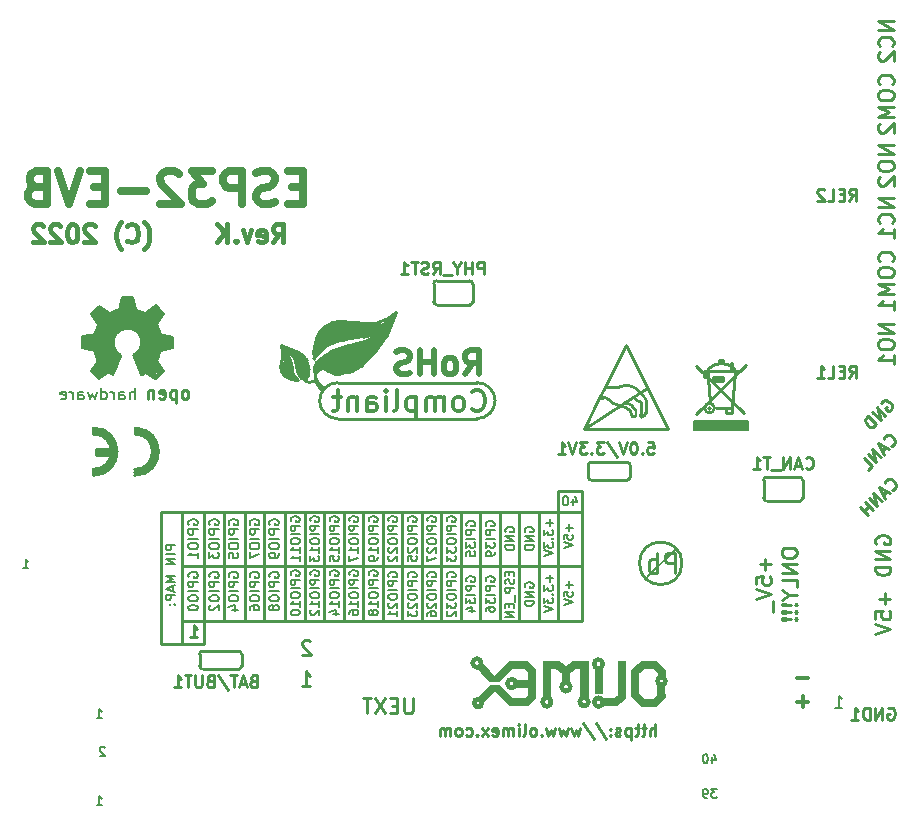
<source format=gbr>
G04 #@! TF.GenerationSoftware,KiCad,Pcbnew,5.1.6-c6e7f7d~87~ubuntu18.04.1*
G04 #@! TF.CreationDate,2022-06-03T15:36:12+03:00*
G04 #@! TF.ProjectId,ESP32-EVB_Rev_K,45535033-322d-4455-9642-5f5265765f4b,K*
G04 #@! TF.SameCoordinates,Original*
G04 #@! TF.FileFunction,Legend,Bot*
G04 #@! TF.FilePolarity,Positive*
%FSLAX46Y46*%
G04 Gerber Fmt 4.6, Leading zero omitted, Abs format (unit mm)*
G04 Created by KiCad (PCBNEW 5.1.6-c6e7f7d~87~ubuntu18.04.1) date 2022-06-03 15:36:12*
%MOMM*%
%LPD*%
G01*
G04 APERTURE LIST*
%ADD10C,0.254000*%
%ADD11C,0.317500*%
%ADD12C,0.190500*%
%ADD13C,0.381000*%
%ADD14C,0.635000*%
%ADD15C,0.200000*%
%ADD16C,0.187500*%
%ADD17C,0.250000*%
%ADD18C,0.300000*%
%ADD19C,0.508000*%
%ADD20C,0.150000*%
%ADD21C,0.127000*%
%ADD22C,0.420000*%
%ADD23C,0.370000*%
%ADD24C,0.400000*%
%ADD25C,0.380000*%
%ADD26C,1.000000*%
%ADD27C,0.700000*%
%ADD28C,0.500000*%
%ADD29C,0.100000*%
%ADD30C,0.350000*%
%ADD31C,0.180000*%
G04 APERTURE END LIST*
D10*
X143063157Y-107043421D02*
X143097368Y-106940790D01*
X143199999Y-106838158D01*
X143336841Y-106769737D01*
X143473683Y-106769737D01*
X143576315Y-106803948D01*
X143747367Y-106906579D01*
X143849999Y-107009211D01*
X143952630Y-107180263D01*
X143986841Y-107282895D01*
X143986841Y-107419737D01*
X143918420Y-107556579D01*
X143849999Y-107625000D01*
X143713157Y-107693421D01*
X143644736Y-107693421D01*
X143405262Y-107453947D01*
X143542104Y-107317105D01*
X143405262Y-108069736D02*
X142686842Y-107351316D01*
X142994736Y-108480262D01*
X142276316Y-107761842D01*
X142652631Y-108822367D02*
X141934211Y-108103947D01*
X141763158Y-108274999D01*
X141694737Y-108411841D01*
X141694737Y-108548683D01*
X141728948Y-108651315D01*
X141831579Y-108822367D01*
X141934211Y-108924999D01*
X142105263Y-109027630D01*
X142207895Y-109061841D01*
X142344737Y-109061841D01*
X142481579Y-108993420D01*
X142652631Y-108822367D01*
X143884209Y-110628947D02*
X143952630Y-110628947D01*
X144089472Y-110560526D01*
X144157893Y-110492105D01*
X144226314Y-110355263D01*
X144226314Y-110218421D01*
X144192104Y-110115790D01*
X144089472Y-109944737D01*
X143986841Y-109842106D01*
X143815788Y-109739474D01*
X143713157Y-109705264D01*
X143576315Y-109705264D01*
X143439473Y-109773685D01*
X143371052Y-109842106D01*
X143302631Y-109978948D01*
X143302631Y-110047369D01*
X143473683Y-110765789D02*
X143131578Y-111107894D01*
X143747367Y-110902631D02*
X142789473Y-110423684D01*
X143268420Y-111381578D01*
X143028947Y-111621052D02*
X142310526Y-110902631D01*
X142618421Y-112031578D01*
X141900000Y-111313157D01*
X141934211Y-112715788D02*
X142276316Y-112373683D01*
X141557895Y-111655262D01*
X143969735Y-114353421D02*
X144038156Y-114353421D01*
X144174998Y-114285000D01*
X144243419Y-114216579D01*
X144311840Y-114079737D01*
X144311840Y-113942895D01*
X144277630Y-113840264D01*
X144174998Y-113669211D01*
X144072367Y-113566580D01*
X143901314Y-113463948D01*
X143798683Y-113429738D01*
X143661841Y-113429738D01*
X143524999Y-113498159D01*
X143456578Y-113566580D01*
X143388157Y-113703422D01*
X143388157Y-113771843D01*
X143559209Y-114490263D02*
X143217104Y-114832368D01*
X143832893Y-114627105D02*
X142875000Y-114148158D01*
X143353946Y-115106052D01*
X143114473Y-115345525D02*
X142396053Y-114627105D01*
X142703947Y-115756051D01*
X141985527Y-115037631D01*
X142361842Y-116098156D02*
X141643422Y-115379736D01*
X141985527Y-115721841D02*
X141575001Y-116132367D01*
X141951316Y-116508682D02*
X141232896Y-115790262D01*
D11*
X135914190Y-130265714D02*
X136881809Y-130265714D01*
X135914190Y-132297714D02*
X136881809Y-132297714D01*
X136398000Y-132781523D02*
X136398000Y-131813904D01*
D12*
X139155714Y-132793619D02*
X139736285Y-132793619D01*
X139446000Y-132793619D02*
X139446000Y-131777619D01*
X139542761Y-131922761D01*
X139639523Y-132019523D01*
X139736285Y-132067904D01*
X70394285Y-120994714D02*
X70829714Y-120994714D01*
X70612000Y-120994714D02*
X70612000Y-120232714D01*
X70684571Y-120341571D01*
X70757142Y-120414142D01*
X70829714Y-120450428D01*
X76617285Y-133694714D02*
X77052714Y-133694714D01*
X76835000Y-133694714D02*
X76835000Y-132932714D01*
X76907571Y-133041571D01*
X76980142Y-133114142D01*
X77052714Y-133150428D01*
D13*
X91548857Y-93399428D02*
X92056857Y-92673714D01*
X92419714Y-93399428D02*
X92419714Y-91875428D01*
X91839142Y-91875428D01*
X91694000Y-91948000D01*
X91621428Y-92020571D01*
X91548857Y-92165714D01*
X91548857Y-92383428D01*
X91621428Y-92528571D01*
X91694000Y-92601142D01*
X91839142Y-92673714D01*
X92419714Y-92673714D01*
X90315142Y-93326857D02*
X90460285Y-93399428D01*
X90750571Y-93399428D01*
X90895714Y-93326857D01*
X90968285Y-93181714D01*
X90968285Y-92601142D01*
X90895714Y-92456000D01*
X90750571Y-92383428D01*
X90460285Y-92383428D01*
X90315142Y-92456000D01*
X90242571Y-92601142D01*
X90242571Y-92746285D01*
X90968285Y-92891428D01*
X89734571Y-92383428D02*
X89371714Y-93399428D01*
X89008857Y-92383428D01*
X88428285Y-93254285D02*
X88355714Y-93326857D01*
X88428285Y-93399428D01*
X88500857Y-93326857D01*
X88428285Y-93254285D01*
X88428285Y-93399428D01*
X87702571Y-93399428D02*
X87702571Y-91875428D01*
X86831714Y-93399428D02*
X87484857Y-92528571D01*
X86831714Y-91875428D02*
X87702571Y-92746285D01*
D12*
X129140857Y-139663714D02*
X128669142Y-139663714D01*
X128923142Y-139954000D01*
X128814285Y-139954000D01*
X128741714Y-139990285D01*
X128705428Y-140026571D01*
X128669142Y-140099142D01*
X128669142Y-140280571D01*
X128705428Y-140353142D01*
X128741714Y-140389428D01*
X128814285Y-140425714D01*
X129032000Y-140425714D01*
X129104571Y-140389428D01*
X129140857Y-140353142D01*
X128306285Y-140425714D02*
X128161142Y-140425714D01*
X128088571Y-140389428D01*
X128052285Y-140353142D01*
X127979714Y-140244285D01*
X127943428Y-140099142D01*
X127943428Y-139808857D01*
X127979714Y-139736285D01*
X128016000Y-139700000D01*
X128088571Y-139663714D01*
X128233714Y-139663714D01*
X128306285Y-139700000D01*
X128342571Y-139736285D01*
X128378857Y-139808857D01*
X128378857Y-139990285D01*
X128342571Y-140062857D01*
X128306285Y-140099142D01*
X128233714Y-140135428D01*
X128088571Y-140135428D01*
X128016000Y-140099142D01*
X127979714Y-140062857D01*
X127943428Y-139990285D01*
X77306714Y-136180285D02*
X77270428Y-136144000D01*
X77197857Y-136107714D01*
X77016428Y-136107714D01*
X76943857Y-136144000D01*
X76907571Y-136180285D01*
X76871285Y-136252857D01*
X76871285Y-136325428D01*
X76907571Y-136434285D01*
X77343000Y-136869714D01*
X76871285Y-136869714D01*
D10*
X140359190Y-89867619D02*
X140697857Y-89383809D01*
X140939761Y-89867619D02*
X140939761Y-88851619D01*
X140552714Y-88851619D01*
X140455952Y-88900000D01*
X140407571Y-88948380D01*
X140359190Y-89045142D01*
X140359190Y-89190285D01*
X140407571Y-89287047D01*
X140455952Y-89335428D01*
X140552714Y-89383809D01*
X140939761Y-89383809D01*
X139923761Y-89335428D02*
X139585095Y-89335428D01*
X139439952Y-89867619D02*
X139923761Y-89867619D01*
X139923761Y-88851619D01*
X139439952Y-88851619D01*
X138520714Y-89867619D02*
X139004523Y-89867619D01*
X139004523Y-88851619D01*
X138230428Y-88948380D02*
X138182047Y-88900000D01*
X138085285Y-88851619D01*
X137843380Y-88851619D01*
X137746619Y-88900000D01*
X137698238Y-88948380D01*
X137649857Y-89045142D01*
X137649857Y-89141904D01*
X137698238Y-89287047D01*
X138278809Y-89867619D01*
X137649857Y-89867619D01*
X140359190Y-104853619D02*
X140697857Y-104369809D01*
X140939761Y-104853619D02*
X140939761Y-103837619D01*
X140552714Y-103837619D01*
X140455952Y-103886000D01*
X140407571Y-103934380D01*
X140359190Y-104031142D01*
X140359190Y-104176285D01*
X140407571Y-104273047D01*
X140455952Y-104321428D01*
X140552714Y-104369809D01*
X140939761Y-104369809D01*
X139923761Y-104321428D02*
X139585095Y-104321428D01*
X139439952Y-104853619D02*
X139923761Y-104853619D01*
X139923761Y-103837619D01*
X139439952Y-103837619D01*
X138520714Y-104853619D02*
X139004523Y-104853619D01*
X139004523Y-103837619D01*
X137649857Y-104853619D02*
X138230428Y-104853619D01*
X137940142Y-104853619D02*
X137940142Y-103837619D01*
X138036904Y-103982761D01*
X138133666Y-104079523D01*
X138230428Y-104127904D01*
X144098095Y-74686523D02*
X142798095Y-74686523D01*
X144098095Y-75429380D01*
X142798095Y-75429380D01*
X143974285Y-76791285D02*
X144036190Y-76729380D01*
X144098095Y-76543666D01*
X144098095Y-76419857D01*
X144036190Y-76234142D01*
X143912380Y-76110333D01*
X143788571Y-76048428D01*
X143540952Y-75986523D01*
X143355238Y-75986523D01*
X143107619Y-76048428D01*
X142983809Y-76110333D01*
X142860000Y-76234142D01*
X142798095Y-76419857D01*
X142798095Y-76543666D01*
X142860000Y-76729380D01*
X142921904Y-76791285D01*
X142921904Y-77286523D02*
X142860000Y-77348428D01*
X142798095Y-77472238D01*
X142798095Y-77781761D01*
X142860000Y-77905571D01*
X142921904Y-77967476D01*
X143045714Y-78029380D01*
X143169523Y-78029380D01*
X143355238Y-77967476D01*
X144098095Y-77224619D01*
X144098095Y-78029380D01*
X143974285Y-80020523D02*
X144036190Y-79958619D01*
X144098095Y-79772904D01*
X144098095Y-79649095D01*
X144036190Y-79463380D01*
X143912380Y-79339571D01*
X143788571Y-79277666D01*
X143540952Y-79215761D01*
X143355238Y-79215761D01*
X143107619Y-79277666D01*
X142983809Y-79339571D01*
X142860000Y-79463380D01*
X142798095Y-79649095D01*
X142798095Y-79772904D01*
X142860000Y-79958619D01*
X142921904Y-80020523D01*
X142798095Y-80825285D02*
X142798095Y-81072904D01*
X142860000Y-81196714D01*
X142983809Y-81320523D01*
X143231428Y-81382428D01*
X143664761Y-81382428D01*
X143912380Y-81320523D01*
X144036190Y-81196714D01*
X144098095Y-81072904D01*
X144098095Y-80825285D01*
X144036190Y-80701476D01*
X143912380Y-80577666D01*
X143664761Y-80515761D01*
X143231428Y-80515761D01*
X142983809Y-80577666D01*
X142860000Y-80701476D01*
X142798095Y-80825285D01*
X144098095Y-81939571D02*
X142798095Y-81939571D01*
X143726666Y-82372904D01*
X142798095Y-82806238D01*
X144098095Y-82806238D01*
X142921904Y-83363380D02*
X142860000Y-83425285D01*
X142798095Y-83549095D01*
X142798095Y-83858619D01*
X142860000Y-83982428D01*
X142921904Y-84044333D01*
X143045714Y-84106238D01*
X143169523Y-84106238D01*
X143355238Y-84044333D01*
X144098095Y-83301476D01*
X144098095Y-84106238D01*
X144098095Y-85196571D02*
X142798095Y-85196571D01*
X144098095Y-85939428D01*
X142798095Y-85939428D01*
X142798095Y-86806095D02*
X142798095Y-87053714D01*
X142860000Y-87177523D01*
X142983809Y-87301333D01*
X143231428Y-87363238D01*
X143664761Y-87363238D01*
X143912380Y-87301333D01*
X144036190Y-87177523D01*
X144098095Y-87053714D01*
X144098095Y-86806095D01*
X144036190Y-86682285D01*
X143912380Y-86558476D01*
X143664761Y-86496571D01*
X143231428Y-86496571D01*
X142983809Y-86558476D01*
X142860000Y-86682285D01*
X142798095Y-86806095D01*
X142921904Y-87858476D02*
X142860000Y-87920380D01*
X142798095Y-88044190D01*
X142798095Y-88353714D01*
X142860000Y-88477523D01*
X142921904Y-88539428D01*
X143045714Y-88601333D01*
X143169523Y-88601333D01*
X143355238Y-88539428D01*
X144098095Y-87796571D01*
X144098095Y-88601333D01*
X144098095Y-89672523D02*
X142798095Y-89672523D01*
X144098095Y-90415380D01*
X142798095Y-90415380D01*
X143974285Y-91777285D02*
X144036190Y-91715380D01*
X144098095Y-91529666D01*
X144098095Y-91405857D01*
X144036190Y-91220142D01*
X143912380Y-91096333D01*
X143788571Y-91034428D01*
X143540952Y-90972523D01*
X143355238Y-90972523D01*
X143107619Y-91034428D01*
X142983809Y-91096333D01*
X142860000Y-91220142D01*
X142798095Y-91405857D01*
X142798095Y-91529666D01*
X142860000Y-91715380D01*
X142921904Y-91777285D01*
X144098095Y-93015380D02*
X144098095Y-92272523D01*
X144098095Y-92643952D02*
X142798095Y-92643952D01*
X142983809Y-92520142D01*
X143107619Y-92396333D01*
X143169523Y-92272523D01*
X143974285Y-95006523D02*
X144036190Y-94944619D01*
X144098095Y-94758904D01*
X144098095Y-94635095D01*
X144036190Y-94449380D01*
X143912380Y-94325571D01*
X143788571Y-94263666D01*
X143540952Y-94201761D01*
X143355238Y-94201761D01*
X143107619Y-94263666D01*
X142983809Y-94325571D01*
X142860000Y-94449380D01*
X142798095Y-94635095D01*
X142798095Y-94758904D01*
X142860000Y-94944619D01*
X142921904Y-95006523D01*
X142798095Y-95811285D02*
X142798095Y-96058904D01*
X142860000Y-96182714D01*
X142983809Y-96306523D01*
X143231428Y-96368428D01*
X143664761Y-96368428D01*
X143912380Y-96306523D01*
X144036190Y-96182714D01*
X144098095Y-96058904D01*
X144098095Y-95811285D01*
X144036190Y-95687476D01*
X143912380Y-95563666D01*
X143664761Y-95501761D01*
X143231428Y-95501761D01*
X142983809Y-95563666D01*
X142860000Y-95687476D01*
X142798095Y-95811285D01*
X144098095Y-96925571D02*
X142798095Y-96925571D01*
X143726666Y-97358904D01*
X142798095Y-97792238D01*
X144098095Y-97792238D01*
X144098095Y-99092238D02*
X144098095Y-98349380D01*
X144098095Y-98720809D02*
X142798095Y-98720809D01*
X142983809Y-98597000D01*
X143107619Y-98473190D01*
X143169523Y-98349380D01*
X144098095Y-100309571D02*
X142798095Y-100309571D01*
X144098095Y-101052428D01*
X142798095Y-101052428D01*
X142798095Y-101919095D02*
X142798095Y-102166714D01*
X142860000Y-102290523D01*
X142983809Y-102414333D01*
X143231428Y-102476238D01*
X143664761Y-102476238D01*
X143912380Y-102414333D01*
X144036190Y-102290523D01*
X144098095Y-102166714D01*
X144098095Y-101919095D01*
X144036190Y-101795285D01*
X143912380Y-101671476D01*
X143664761Y-101609571D01*
X143231428Y-101609571D01*
X142983809Y-101671476D01*
X142860000Y-101795285D01*
X142798095Y-101919095D01*
X144098095Y-103714333D02*
X144098095Y-102971476D01*
X144098095Y-103342904D02*
X142798095Y-103342904D01*
X142983809Y-103219095D01*
X143107619Y-103095285D01*
X143169523Y-102971476D01*
D13*
X80663142Y-93980000D02*
X80735714Y-93907428D01*
X80880857Y-93689714D01*
X80953428Y-93544571D01*
X81026000Y-93326857D01*
X81098571Y-92964000D01*
X81098571Y-92673714D01*
X81026000Y-92310857D01*
X80953428Y-92093142D01*
X80880857Y-91948000D01*
X80735714Y-91730285D01*
X80663142Y-91657714D01*
X79211714Y-93254285D02*
X79284285Y-93326857D01*
X79502000Y-93399428D01*
X79647142Y-93399428D01*
X79864857Y-93326857D01*
X80010000Y-93181714D01*
X80082571Y-93036571D01*
X80155142Y-92746285D01*
X80155142Y-92528571D01*
X80082571Y-92238285D01*
X80010000Y-92093142D01*
X79864857Y-91948000D01*
X79647142Y-91875428D01*
X79502000Y-91875428D01*
X79284285Y-91948000D01*
X79211714Y-92020571D01*
X78703714Y-93980000D02*
X78631142Y-93907428D01*
X78486000Y-93689714D01*
X78413428Y-93544571D01*
X78340857Y-93326857D01*
X78268285Y-92964000D01*
X78268285Y-92673714D01*
X78340857Y-92310857D01*
X78413428Y-92093142D01*
X78486000Y-91948000D01*
X78631142Y-91730285D01*
X78703714Y-91657714D01*
X76454000Y-92020571D02*
X76381428Y-91948000D01*
X76236285Y-91875428D01*
X75873428Y-91875428D01*
X75728285Y-91948000D01*
X75655714Y-92020571D01*
X75583142Y-92165714D01*
X75583142Y-92310857D01*
X75655714Y-92528571D01*
X76526571Y-93399428D01*
X75583142Y-93399428D01*
X74639714Y-91875428D02*
X74494571Y-91875428D01*
X74349428Y-91948000D01*
X74276857Y-92020571D01*
X74204285Y-92165714D01*
X74131714Y-92456000D01*
X74131714Y-92818857D01*
X74204285Y-93109142D01*
X74276857Y-93254285D01*
X74349428Y-93326857D01*
X74494571Y-93399428D01*
X74639714Y-93399428D01*
X74784857Y-93326857D01*
X74857428Y-93254285D01*
X74930000Y-93109142D01*
X75002571Y-92818857D01*
X75002571Y-92456000D01*
X74930000Y-92165714D01*
X74857428Y-92020571D01*
X74784857Y-91948000D01*
X74639714Y-91875428D01*
X73551142Y-92020571D02*
X73478571Y-91948000D01*
X73333428Y-91875428D01*
X72970571Y-91875428D01*
X72825428Y-91948000D01*
X72752857Y-92020571D01*
X72680285Y-92165714D01*
X72680285Y-92310857D01*
X72752857Y-92528571D01*
X73623714Y-93399428D01*
X72680285Y-93399428D01*
X72099714Y-92020571D02*
X72027142Y-91948000D01*
X71882000Y-91875428D01*
X71519142Y-91875428D01*
X71374000Y-91948000D01*
X71301428Y-92020571D01*
X71228857Y-92165714D01*
X71228857Y-92310857D01*
X71301428Y-92528571D01*
X72172285Y-93399428D01*
X71228857Y-93399428D01*
D10*
X123927809Y-135206619D02*
X123927809Y-134190619D01*
X123492380Y-135206619D02*
X123492380Y-134674428D01*
X123540761Y-134577666D01*
X123637523Y-134529285D01*
X123782666Y-134529285D01*
X123879428Y-134577666D01*
X123927809Y-134626047D01*
X123153714Y-134529285D02*
X122766666Y-134529285D01*
X123008571Y-134190619D02*
X123008571Y-135061476D01*
X122960190Y-135158238D01*
X122863428Y-135206619D01*
X122766666Y-135206619D01*
X122573142Y-134529285D02*
X122186095Y-134529285D01*
X122428000Y-134190619D02*
X122428000Y-135061476D01*
X122379619Y-135158238D01*
X122282857Y-135206619D01*
X122186095Y-135206619D01*
X121847428Y-134529285D02*
X121847428Y-135545285D01*
X121847428Y-134577666D02*
X121750666Y-134529285D01*
X121557142Y-134529285D01*
X121460380Y-134577666D01*
X121412000Y-134626047D01*
X121363619Y-134722809D01*
X121363619Y-135013095D01*
X121412000Y-135109857D01*
X121460380Y-135158238D01*
X121557142Y-135206619D01*
X121750666Y-135206619D01*
X121847428Y-135158238D01*
X120976571Y-135158238D02*
X120879809Y-135206619D01*
X120686285Y-135206619D01*
X120589523Y-135158238D01*
X120541142Y-135061476D01*
X120541142Y-135013095D01*
X120589523Y-134916333D01*
X120686285Y-134867952D01*
X120831428Y-134867952D01*
X120928190Y-134819571D01*
X120976571Y-134722809D01*
X120976571Y-134674428D01*
X120928190Y-134577666D01*
X120831428Y-134529285D01*
X120686285Y-134529285D01*
X120589523Y-134577666D01*
X120105714Y-135109857D02*
X120057333Y-135158238D01*
X120105714Y-135206619D01*
X120154095Y-135158238D01*
X120105714Y-135109857D01*
X120105714Y-135206619D01*
X120105714Y-134577666D02*
X120057333Y-134626047D01*
X120105714Y-134674428D01*
X120154095Y-134626047D01*
X120105714Y-134577666D01*
X120105714Y-134674428D01*
X118896190Y-134142238D02*
X119767047Y-135448523D01*
X117831809Y-134142238D02*
X118702666Y-135448523D01*
X117589904Y-134529285D02*
X117396380Y-135206619D01*
X117202857Y-134722809D01*
X117009333Y-135206619D01*
X116815809Y-134529285D01*
X116525523Y-134529285D02*
X116332000Y-135206619D01*
X116138476Y-134722809D01*
X115944952Y-135206619D01*
X115751428Y-134529285D01*
X115461142Y-134529285D02*
X115267619Y-135206619D01*
X115074095Y-134722809D01*
X114880571Y-135206619D01*
X114687047Y-134529285D01*
X114300000Y-135109857D02*
X114251619Y-135158238D01*
X114300000Y-135206619D01*
X114348380Y-135158238D01*
X114300000Y-135109857D01*
X114300000Y-135206619D01*
X113671047Y-135206619D02*
X113767809Y-135158238D01*
X113816190Y-135109857D01*
X113864571Y-135013095D01*
X113864571Y-134722809D01*
X113816190Y-134626047D01*
X113767809Y-134577666D01*
X113671047Y-134529285D01*
X113525904Y-134529285D01*
X113429142Y-134577666D01*
X113380761Y-134626047D01*
X113332380Y-134722809D01*
X113332380Y-135013095D01*
X113380761Y-135109857D01*
X113429142Y-135158238D01*
X113525904Y-135206619D01*
X113671047Y-135206619D01*
X112751809Y-135206619D02*
X112848571Y-135158238D01*
X112896952Y-135061476D01*
X112896952Y-134190619D01*
X112364761Y-135206619D02*
X112364761Y-134529285D01*
X112364761Y-134190619D02*
X112413142Y-134239000D01*
X112364761Y-134287380D01*
X112316380Y-134239000D01*
X112364761Y-134190619D01*
X112364761Y-134287380D01*
X111880952Y-135206619D02*
X111880952Y-134529285D01*
X111880952Y-134626047D02*
X111832571Y-134577666D01*
X111735809Y-134529285D01*
X111590666Y-134529285D01*
X111493904Y-134577666D01*
X111445523Y-134674428D01*
X111445523Y-135206619D01*
X111445523Y-134674428D02*
X111397142Y-134577666D01*
X111300380Y-134529285D01*
X111155238Y-134529285D01*
X111058476Y-134577666D01*
X111010095Y-134674428D01*
X111010095Y-135206619D01*
X110139238Y-135158238D02*
X110236000Y-135206619D01*
X110429523Y-135206619D01*
X110526285Y-135158238D01*
X110574666Y-135061476D01*
X110574666Y-134674428D01*
X110526285Y-134577666D01*
X110429523Y-134529285D01*
X110236000Y-134529285D01*
X110139238Y-134577666D01*
X110090857Y-134674428D01*
X110090857Y-134771190D01*
X110574666Y-134867952D01*
X109752190Y-135206619D02*
X109220000Y-134529285D01*
X109752190Y-134529285D02*
X109220000Y-135206619D01*
X108832952Y-135109857D02*
X108784571Y-135158238D01*
X108832952Y-135206619D01*
X108881333Y-135158238D01*
X108832952Y-135109857D01*
X108832952Y-135206619D01*
X107913714Y-135158238D02*
X108010476Y-135206619D01*
X108204000Y-135206619D01*
X108300761Y-135158238D01*
X108349142Y-135109857D01*
X108397523Y-135013095D01*
X108397523Y-134722809D01*
X108349142Y-134626047D01*
X108300761Y-134577666D01*
X108204000Y-134529285D01*
X108010476Y-134529285D01*
X107913714Y-134577666D01*
X107333142Y-135206619D02*
X107429904Y-135158238D01*
X107478285Y-135109857D01*
X107526666Y-135013095D01*
X107526666Y-134722809D01*
X107478285Y-134626047D01*
X107429904Y-134577666D01*
X107333142Y-134529285D01*
X107188000Y-134529285D01*
X107091238Y-134577666D01*
X107042857Y-134626047D01*
X106994476Y-134722809D01*
X106994476Y-135013095D01*
X107042857Y-135109857D01*
X107091238Y-135158238D01*
X107188000Y-135206619D01*
X107333142Y-135206619D01*
X106559047Y-135206619D02*
X106559047Y-134529285D01*
X106559047Y-134626047D02*
X106510666Y-134577666D01*
X106413904Y-134529285D01*
X106268761Y-134529285D01*
X106172000Y-134577666D01*
X106123619Y-134674428D01*
X106123619Y-135206619D01*
X106123619Y-134674428D02*
X106075238Y-134577666D01*
X105978476Y-134529285D01*
X105833333Y-134529285D01*
X105736571Y-134577666D01*
X105688190Y-134674428D01*
X105688190Y-135206619D01*
X133250214Y-120184333D02*
X133250214Y-121151952D01*
X133734023Y-120668142D02*
X132766404Y-120668142D01*
X132464023Y-122361476D02*
X132464023Y-121756714D01*
X133068785Y-121696238D01*
X133008309Y-121756714D01*
X132947833Y-121877666D01*
X132947833Y-122180047D01*
X133008309Y-122300999D01*
X133068785Y-122361476D01*
X133189738Y-122421952D01*
X133492119Y-122421952D01*
X133613071Y-122361476D01*
X133673547Y-122300999D01*
X133734023Y-122180047D01*
X133734023Y-121877666D01*
X133673547Y-121756714D01*
X133613071Y-121696238D01*
X132464023Y-122784809D02*
X133734023Y-123208142D01*
X132464023Y-123631476D01*
X133854976Y-123752428D02*
X133854976Y-124720047D01*
X134623023Y-119549333D02*
X134623023Y-119791238D01*
X134683500Y-119912190D01*
X134804452Y-120033142D01*
X135046357Y-120093619D01*
X135469690Y-120093619D01*
X135711595Y-120033142D01*
X135832547Y-119912190D01*
X135893023Y-119791238D01*
X135893023Y-119549333D01*
X135832547Y-119428380D01*
X135711595Y-119307428D01*
X135469690Y-119246952D01*
X135046357Y-119246952D01*
X134804452Y-119307428D01*
X134683500Y-119428380D01*
X134623023Y-119549333D01*
X135893023Y-120637904D02*
X134623023Y-120637904D01*
X135893023Y-121363619D01*
X134623023Y-121363619D01*
X135893023Y-122573142D02*
X135893023Y-121968380D01*
X134623023Y-121968380D01*
X135288261Y-123238380D02*
X135893023Y-123238380D01*
X134623023Y-122815047D02*
X135288261Y-123238380D01*
X134623023Y-123661714D01*
X135772071Y-124085047D02*
X135832547Y-124145523D01*
X135893023Y-124085047D01*
X135832547Y-124024571D01*
X135772071Y-124085047D01*
X135893023Y-124085047D01*
X135409214Y-124085047D02*
X134683500Y-124024571D01*
X134623023Y-124085047D01*
X134683500Y-124145523D01*
X135409214Y-124085047D01*
X134623023Y-124085047D01*
X135772071Y-124689809D02*
X135832547Y-124750285D01*
X135893023Y-124689809D01*
X135832547Y-124629333D01*
X135772071Y-124689809D01*
X135893023Y-124689809D01*
X135409214Y-124689809D02*
X134683500Y-124629333D01*
X134623023Y-124689809D01*
X134683500Y-124750285D01*
X135409214Y-124689809D01*
X134623023Y-124689809D01*
X135772071Y-125294571D02*
X135832547Y-125355047D01*
X135893023Y-125294571D01*
X135832547Y-125234095D01*
X135772071Y-125294571D01*
X135893023Y-125294571D01*
X135409214Y-125294571D02*
X134683500Y-125234095D01*
X134623023Y-125294571D01*
X134683500Y-125355047D01*
X135409214Y-125294571D01*
X134623023Y-125294571D01*
X142621000Y-118920380D02*
X142560523Y-118799428D01*
X142560523Y-118618000D01*
X142621000Y-118436571D01*
X142741952Y-118315619D01*
X142862904Y-118255142D01*
X143104809Y-118194666D01*
X143286238Y-118194666D01*
X143528142Y-118255142D01*
X143649095Y-118315619D01*
X143770047Y-118436571D01*
X143830523Y-118618000D01*
X143830523Y-118738952D01*
X143770047Y-118920380D01*
X143709571Y-118980857D01*
X143286238Y-118980857D01*
X143286238Y-118738952D01*
X143830523Y-119525142D02*
X142560523Y-119525142D01*
X143830523Y-120250857D01*
X142560523Y-120250857D01*
X143830523Y-120855619D02*
X142560523Y-120855619D01*
X142560523Y-121158000D01*
X142621000Y-121339428D01*
X142741952Y-121460380D01*
X142862904Y-121520857D01*
X143104809Y-121581333D01*
X143286238Y-121581333D01*
X143528142Y-121520857D01*
X143649095Y-121460380D01*
X143770047Y-121339428D01*
X143830523Y-121158000D01*
X143830523Y-120855619D01*
X143346714Y-123081142D02*
X143346714Y-124048761D01*
X143830523Y-123564952D02*
X142862904Y-123564952D01*
X142560523Y-125258285D02*
X142560523Y-124653523D01*
X143165285Y-124593047D01*
X143104809Y-124653523D01*
X143044333Y-124774476D01*
X143044333Y-125076857D01*
X143104809Y-125197809D01*
X143165285Y-125258285D01*
X143286238Y-125318761D01*
X143588619Y-125318761D01*
X143709571Y-125258285D01*
X143770047Y-125197809D01*
X143830523Y-125076857D01*
X143830523Y-124774476D01*
X143770047Y-124653523D01*
X143709571Y-124593047D01*
X142560523Y-125681619D02*
X143830523Y-126104952D01*
X142560523Y-126528285D01*
X94723857Y-127187476D02*
X94663380Y-127127000D01*
X94542428Y-127066523D01*
X94240047Y-127066523D01*
X94119095Y-127127000D01*
X94058619Y-127187476D01*
X93998142Y-127308428D01*
X93998142Y-127429380D01*
X94058619Y-127610809D01*
X94784333Y-128336523D01*
X93998142Y-128336523D01*
X93998142Y-131003523D02*
X94723857Y-131003523D01*
X94361000Y-131003523D02*
X94361000Y-129733523D01*
X94481952Y-129914952D01*
X94602904Y-130035904D01*
X94723857Y-130096380D01*
X103371952Y-132019523D02*
X103371952Y-133047619D01*
X103311476Y-133168571D01*
X103251000Y-133229047D01*
X103130047Y-133289523D01*
X102888142Y-133289523D01*
X102767190Y-133229047D01*
X102706714Y-133168571D01*
X102646238Y-133047619D01*
X102646238Y-132019523D01*
X102041476Y-132624285D02*
X101618142Y-132624285D01*
X101436714Y-133289523D02*
X102041476Y-133289523D01*
X102041476Y-132019523D01*
X101436714Y-132019523D01*
X101013380Y-132019523D02*
X100166714Y-133289523D01*
X100166714Y-132019523D02*
X101013380Y-133289523D01*
X99864333Y-132019523D02*
X99138619Y-132019523D01*
X99501476Y-133289523D02*
X99501476Y-132019523D01*
D14*
X94125142Y-88700428D02*
X93193809Y-88700428D01*
X92794666Y-90163952D02*
X94125142Y-90163952D01*
X94125142Y-87369952D01*
X92794666Y-87369952D01*
X91730285Y-90030904D02*
X91331142Y-90163952D01*
X90665904Y-90163952D01*
X90399809Y-90030904D01*
X90266761Y-89897857D01*
X90133714Y-89631761D01*
X90133714Y-89365666D01*
X90266761Y-89099571D01*
X90399809Y-88966523D01*
X90665904Y-88833476D01*
X91198095Y-88700428D01*
X91464190Y-88567380D01*
X91597238Y-88434333D01*
X91730285Y-88168238D01*
X91730285Y-87902142D01*
X91597238Y-87636047D01*
X91464190Y-87503000D01*
X91198095Y-87369952D01*
X90532857Y-87369952D01*
X90133714Y-87503000D01*
X88936285Y-90163952D02*
X88936285Y-87369952D01*
X87871904Y-87369952D01*
X87605809Y-87503000D01*
X87472761Y-87636047D01*
X87339714Y-87902142D01*
X87339714Y-88301285D01*
X87472761Y-88567380D01*
X87605809Y-88700428D01*
X87871904Y-88833476D01*
X88936285Y-88833476D01*
X86408380Y-87369952D02*
X84678761Y-87369952D01*
X85610095Y-88434333D01*
X85210952Y-88434333D01*
X84944857Y-88567380D01*
X84811809Y-88700428D01*
X84678761Y-88966523D01*
X84678761Y-89631761D01*
X84811809Y-89897857D01*
X84944857Y-90030904D01*
X85210952Y-90163952D01*
X86009238Y-90163952D01*
X86275333Y-90030904D01*
X86408380Y-89897857D01*
X83614380Y-87636047D02*
X83481333Y-87503000D01*
X83215238Y-87369952D01*
X82550000Y-87369952D01*
X82283904Y-87503000D01*
X82150857Y-87636047D01*
X82017809Y-87902142D01*
X82017809Y-88168238D01*
X82150857Y-88567380D01*
X83747428Y-90163952D01*
X82017809Y-90163952D01*
X80820380Y-89099571D02*
X78691619Y-89099571D01*
X77361142Y-88700428D02*
X76429809Y-88700428D01*
X76030666Y-90163952D02*
X77361142Y-90163952D01*
X77361142Y-87369952D01*
X76030666Y-87369952D01*
X75232380Y-87369952D02*
X74301047Y-90163952D01*
X73369714Y-87369952D01*
X71507047Y-88700428D02*
X71107904Y-88833476D01*
X70974857Y-88966523D01*
X70841809Y-89232619D01*
X70841809Y-89631761D01*
X70974857Y-89897857D01*
X71107904Y-90030904D01*
X71374000Y-90163952D01*
X72438380Y-90163952D01*
X72438380Y-87369952D01*
X71507047Y-87369952D01*
X71240952Y-87503000D01*
X71107904Y-87636047D01*
X70974857Y-87902142D01*
X70974857Y-88168238D01*
X71107904Y-88434333D01*
X71240952Y-88567380D01*
X71507047Y-88700428D01*
X72438380Y-88700428D01*
D10*
X117729000Y-114427000D02*
X117729000Y-125476000D01*
X115697000Y-114427000D02*
X117729000Y-114427000D01*
X115697000Y-116332000D02*
X115697000Y-114427000D01*
D15*
X116941571Y-115144571D02*
X116941571Y-115677904D01*
X117132047Y-114839809D02*
X117322523Y-115411238D01*
X116827285Y-115411238D01*
X116370142Y-114877904D02*
X116293952Y-114877904D01*
X116217761Y-114916000D01*
X116179666Y-114954095D01*
X116141571Y-115030285D01*
X116103476Y-115182666D01*
X116103476Y-115373142D01*
X116141571Y-115525523D01*
X116179666Y-115601714D01*
X116217761Y-115639809D01*
X116293952Y-115677904D01*
X116370142Y-115677904D01*
X116446333Y-115639809D01*
X116484428Y-115601714D01*
X116522523Y-115525523D01*
X116560619Y-115373142D01*
X116560619Y-115182666D01*
X116522523Y-115030285D01*
X116484428Y-114954095D01*
X116446333Y-114916000D01*
X116370142Y-114877904D01*
D16*
X116639571Y-117272714D02*
X116639571Y-117844142D01*
X116925285Y-117558428D02*
X116353857Y-117558428D01*
X116175285Y-118558428D02*
X116175285Y-118201285D01*
X116532428Y-118165571D01*
X116496714Y-118201285D01*
X116461000Y-118272714D01*
X116461000Y-118451285D01*
X116496714Y-118522714D01*
X116532428Y-118558428D01*
X116603857Y-118594142D01*
X116782428Y-118594142D01*
X116853857Y-118558428D01*
X116889571Y-118522714D01*
X116925285Y-118451285D01*
X116925285Y-118272714D01*
X116889571Y-118201285D01*
X116853857Y-118165571D01*
X116175285Y-118808428D02*
X116925285Y-119058428D01*
X116175285Y-119308428D01*
X116639571Y-122098714D02*
X116639571Y-122670142D01*
X116925285Y-122384428D02*
X116353857Y-122384428D01*
X116175285Y-123384428D02*
X116175285Y-123027285D01*
X116532428Y-122991571D01*
X116496714Y-123027285D01*
X116461000Y-123098714D01*
X116461000Y-123277285D01*
X116496714Y-123348714D01*
X116532428Y-123384428D01*
X116603857Y-123420142D01*
X116782428Y-123420142D01*
X116853857Y-123384428D01*
X116889571Y-123348714D01*
X116925285Y-123277285D01*
X116925285Y-123098714D01*
X116889571Y-123027285D01*
X116853857Y-122991571D01*
X116175285Y-123634428D02*
X116925285Y-123884428D01*
X116175285Y-124134428D01*
D10*
X115697000Y-116205000D02*
X115697000Y-125476000D01*
D16*
X114988571Y-116864000D02*
X114988571Y-117435428D01*
X115274285Y-117149714D02*
X114702857Y-117149714D01*
X114524285Y-117721142D02*
X114524285Y-118185428D01*
X114810000Y-117935428D01*
X114810000Y-118042571D01*
X114845714Y-118114000D01*
X114881428Y-118149714D01*
X114952857Y-118185428D01*
X115131428Y-118185428D01*
X115202857Y-118149714D01*
X115238571Y-118114000D01*
X115274285Y-118042571D01*
X115274285Y-117828285D01*
X115238571Y-117756857D01*
X115202857Y-117721142D01*
X115202857Y-118506857D02*
X115238571Y-118542571D01*
X115274285Y-118506857D01*
X115238571Y-118471142D01*
X115202857Y-118506857D01*
X115274285Y-118506857D01*
X114524285Y-118792571D02*
X114524285Y-119256857D01*
X114810000Y-119006857D01*
X114810000Y-119114000D01*
X114845714Y-119185428D01*
X114881428Y-119221142D01*
X114952857Y-119256857D01*
X115131428Y-119256857D01*
X115202857Y-119221142D01*
X115238571Y-119185428D01*
X115274285Y-119114000D01*
X115274285Y-118899714D01*
X115238571Y-118828285D01*
X115202857Y-118792571D01*
X114524285Y-119471142D02*
X115274285Y-119721142D01*
X114524285Y-119971142D01*
X114988571Y-121563000D02*
X114988571Y-122134428D01*
X115274285Y-121848714D02*
X114702857Y-121848714D01*
X114524285Y-122420142D02*
X114524285Y-122884428D01*
X114810000Y-122634428D01*
X114810000Y-122741571D01*
X114845714Y-122813000D01*
X114881428Y-122848714D01*
X114952857Y-122884428D01*
X115131428Y-122884428D01*
X115202857Y-122848714D01*
X115238571Y-122813000D01*
X115274285Y-122741571D01*
X115274285Y-122527285D01*
X115238571Y-122455857D01*
X115202857Y-122420142D01*
X115202857Y-123205857D02*
X115238571Y-123241571D01*
X115274285Y-123205857D01*
X115238571Y-123170142D01*
X115202857Y-123205857D01*
X115274285Y-123205857D01*
X114524285Y-123491571D02*
X114524285Y-123955857D01*
X114810000Y-123705857D01*
X114810000Y-123813000D01*
X114845714Y-123884428D01*
X114881428Y-123920142D01*
X114952857Y-123955857D01*
X115131428Y-123955857D01*
X115202857Y-123920142D01*
X115238571Y-123884428D01*
X115274285Y-123813000D01*
X115274285Y-123598714D01*
X115238571Y-123527285D01*
X115202857Y-123491571D01*
X114524285Y-124170142D02*
X115274285Y-124420142D01*
X114524285Y-124670142D01*
D10*
X114046000Y-116205000D02*
X114046000Y-125476000D01*
D16*
X112909000Y-117919571D02*
X112873285Y-117848142D01*
X112873285Y-117741000D01*
X112909000Y-117633857D01*
X112980428Y-117562428D01*
X113051857Y-117526714D01*
X113194714Y-117491000D01*
X113301857Y-117491000D01*
X113444714Y-117526714D01*
X113516142Y-117562428D01*
X113587571Y-117633857D01*
X113623285Y-117741000D01*
X113623285Y-117812428D01*
X113587571Y-117919571D01*
X113551857Y-117955285D01*
X113301857Y-117955285D01*
X113301857Y-117812428D01*
X113623285Y-118276714D02*
X112873285Y-118276714D01*
X113623285Y-118705285D01*
X112873285Y-118705285D01*
X113623285Y-119062428D02*
X112873285Y-119062428D01*
X112873285Y-119241000D01*
X112909000Y-119348142D01*
X112980428Y-119419571D01*
X113051857Y-119455285D01*
X113194714Y-119491000D01*
X113301857Y-119491000D01*
X113444714Y-119455285D01*
X113516142Y-119419571D01*
X113587571Y-119348142D01*
X113623285Y-119241000D01*
X113623285Y-119062428D01*
X112909000Y-122618571D02*
X112873285Y-122547142D01*
X112873285Y-122440000D01*
X112909000Y-122332857D01*
X112980428Y-122261428D01*
X113051857Y-122225714D01*
X113194714Y-122190000D01*
X113301857Y-122190000D01*
X113444714Y-122225714D01*
X113516142Y-122261428D01*
X113587571Y-122332857D01*
X113623285Y-122440000D01*
X113623285Y-122511428D01*
X113587571Y-122618571D01*
X113551857Y-122654285D01*
X113301857Y-122654285D01*
X113301857Y-122511428D01*
X113623285Y-122975714D02*
X112873285Y-122975714D01*
X113623285Y-123404285D01*
X112873285Y-123404285D01*
X113623285Y-123761428D02*
X112873285Y-123761428D01*
X112873285Y-123940000D01*
X112909000Y-124047142D01*
X112980428Y-124118571D01*
X113051857Y-124154285D01*
X113194714Y-124190000D01*
X113301857Y-124190000D01*
X113444714Y-124154285D01*
X113516142Y-124118571D01*
X113587571Y-124047142D01*
X113623285Y-123940000D01*
X113623285Y-123761428D01*
D10*
X112395000Y-116205000D02*
X112395000Y-125476000D01*
D16*
X111258000Y-117919571D02*
X111222285Y-117848142D01*
X111222285Y-117741000D01*
X111258000Y-117633857D01*
X111329428Y-117562428D01*
X111400857Y-117526714D01*
X111543714Y-117491000D01*
X111650857Y-117491000D01*
X111793714Y-117526714D01*
X111865142Y-117562428D01*
X111936571Y-117633857D01*
X111972285Y-117741000D01*
X111972285Y-117812428D01*
X111936571Y-117919571D01*
X111900857Y-117955285D01*
X111650857Y-117955285D01*
X111650857Y-117812428D01*
X111972285Y-118276714D02*
X111222285Y-118276714D01*
X111972285Y-118705285D01*
X111222285Y-118705285D01*
X111972285Y-119062428D02*
X111222285Y-119062428D01*
X111222285Y-119241000D01*
X111258000Y-119348142D01*
X111329428Y-119419571D01*
X111400857Y-119455285D01*
X111543714Y-119491000D01*
X111650857Y-119491000D01*
X111793714Y-119455285D01*
X111865142Y-119419571D01*
X111936571Y-119348142D01*
X111972285Y-119241000D01*
X111972285Y-119062428D01*
X111579428Y-121279285D02*
X111579428Y-121529285D01*
X111972285Y-121636428D02*
X111972285Y-121279285D01*
X111222285Y-121279285D01*
X111222285Y-121636428D01*
X111936571Y-121922142D02*
X111972285Y-122029285D01*
X111972285Y-122207857D01*
X111936571Y-122279285D01*
X111900857Y-122315000D01*
X111829428Y-122350714D01*
X111758000Y-122350714D01*
X111686571Y-122315000D01*
X111650857Y-122279285D01*
X111615142Y-122207857D01*
X111579428Y-122065000D01*
X111543714Y-121993571D01*
X111508000Y-121957857D01*
X111436571Y-121922142D01*
X111365142Y-121922142D01*
X111293714Y-121957857D01*
X111258000Y-121993571D01*
X111222285Y-122065000D01*
X111222285Y-122243571D01*
X111258000Y-122350714D01*
X111972285Y-122672142D02*
X111222285Y-122672142D01*
X111222285Y-122957857D01*
X111258000Y-123029285D01*
X111293714Y-123065000D01*
X111365142Y-123100714D01*
X111472285Y-123100714D01*
X111543714Y-123065000D01*
X111579428Y-123029285D01*
X111615142Y-122957857D01*
X111615142Y-122672142D01*
X112043714Y-123243571D02*
X112043714Y-123815000D01*
X111579428Y-123993571D02*
X111579428Y-124243571D01*
X111972285Y-124350714D02*
X111972285Y-123993571D01*
X111222285Y-123993571D01*
X111222285Y-124350714D01*
X111972285Y-124672142D02*
X111222285Y-124672142D01*
X111972285Y-125100714D01*
X111222285Y-125100714D01*
D10*
X110744000Y-116205000D02*
X110744000Y-125476000D01*
D16*
X109607000Y-117419571D02*
X109571285Y-117348142D01*
X109571285Y-117241000D01*
X109607000Y-117133857D01*
X109678428Y-117062428D01*
X109749857Y-117026714D01*
X109892714Y-116991000D01*
X109999857Y-116991000D01*
X110142714Y-117026714D01*
X110214142Y-117062428D01*
X110285571Y-117133857D01*
X110321285Y-117241000D01*
X110321285Y-117312428D01*
X110285571Y-117419571D01*
X110249857Y-117455285D01*
X109999857Y-117455285D01*
X109999857Y-117312428D01*
X110321285Y-117776714D02*
X109571285Y-117776714D01*
X109571285Y-118062428D01*
X109607000Y-118133857D01*
X109642714Y-118169571D01*
X109714142Y-118205285D01*
X109821285Y-118205285D01*
X109892714Y-118169571D01*
X109928428Y-118133857D01*
X109964142Y-118062428D01*
X109964142Y-117776714D01*
X110321285Y-118526714D02*
X109571285Y-118526714D01*
X109571285Y-118812428D02*
X109571285Y-119276714D01*
X109857000Y-119026714D01*
X109857000Y-119133857D01*
X109892714Y-119205285D01*
X109928428Y-119241000D01*
X109999857Y-119276714D01*
X110178428Y-119276714D01*
X110249857Y-119241000D01*
X110285571Y-119205285D01*
X110321285Y-119133857D01*
X110321285Y-118919571D01*
X110285571Y-118848142D01*
X110249857Y-118812428D01*
X110321285Y-119633857D02*
X110321285Y-119776714D01*
X110285571Y-119848142D01*
X110249857Y-119883857D01*
X110142714Y-119955285D01*
X109999857Y-119991000D01*
X109714142Y-119991000D01*
X109642714Y-119955285D01*
X109607000Y-119919571D01*
X109571285Y-119848142D01*
X109571285Y-119705285D01*
X109607000Y-119633857D01*
X109642714Y-119598142D01*
X109714142Y-119562428D01*
X109892714Y-119562428D01*
X109964142Y-119598142D01*
X109999857Y-119633857D01*
X110035571Y-119705285D01*
X110035571Y-119848142D01*
X109999857Y-119919571D01*
X109964142Y-119955285D01*
X109892714Y-119991000D01*
X109607000Y-122118571D02*
X109571285Y-122047142D01*
X109571285Y-121940000D01*
X109607000Y-121832857D01*
X109678428Y-121761428D01*
X109749857Y-121725714D01*
X109892714Y-121690000D01*
X109999857Y-121690000D01*
X110142714Y-121725714D01*
X110214142Y-121761428D01*
X110285571Y-121832857D01*
X110321285Y-121940000D01*
X110321285Y-122011428D01*
X110285571Y-122118571D01*
X110249857Y-122154285D01*
X109999857Y-122154285D01*
X109999857Y-122011428D01*
X110321285Y-122475714D02*
X109571285Y-122475714D01*
X109571285Y-122761428D01*
X109607000Y-122832857D01*
X109642714Y-122868571D01*
X109714142Y-122904285D01*
X109821285Y-122904285D01*
X109892714Y-122868571D01*
X109928428Y-122832857D01*
X109964142Y-122761428D01*
X109964142Y-122475714D01*
X110321285Y-123225714D02*
X109571285Y-123225714D01*
X109571285Y-123511428D02*
X109571285Y-123975714D01*
X109857000Y-123725714D01*
X109857000Y-123832857D01*
X109892714Y-123904285D01*
X109928428Y-123940000D01*
X109999857Y-123975714D01*
X110178428Y-123975714D01*
X110249857Y-123940000D01*
X110285571Y-123904285D01*
X110321285Y-123832857D01*
X110321285Y-123618571D01*
X110285571Y-123547142D01*
X110249857Y-123511428D01*
X109571285Y-124618571D02*
X109571285Y-124475714D01*
X109607000Y-124404285D01*
X109642714Y-124368571D01*
X109749857Y-124297142D01*
X109892714Y-124261428D01*
X110178428Y-124261428D01*
X110249857Y-124297142D01*
X110285571Y-124332857D01*
X110321285Y-124404285D01*
X110321285Y-124547142D01*
X110285571Y-124618571D01*
X110249857Y-124654285D01*
X110178428Y-124690000D01*
X109999857Y-124690000D01*
X109928428Y-124654285D01*
X109892714Y-124618571D01*
X109857000Y-124547142D01*
X109857000Y-124404285D01*
X109892714Y-124332857D01*
X109928428Y-124297142D01*
X109999857Y-124261428D01*
D10*
X109093000Y-116205000D02*
X109093000Y-125476000D01*
D16*
X107956000Y-117419571D02*
X107920285Y-117348142D01*
X107920285Y-117241000D01*
X107956000Y-117133857D01*
X108027428Y-117062428D01*
X108098857Y-117026714D01*
X108241714Y-116991000D01*
X108348857Y-116991000D01*
X108491714Y-117026714D01*
X108563142Y-117062428D01*
X108634571Y-117133857D01*
X108670285Y-117241000D01*
X108670285Y-117312428D01*
X108634571Y-117419571D01*
X108598857Y-117455285D01*
X108348857Y-117455285D01*
X108348857Y-117312428D01*
X108670285Y-117776714D02*
X107920285Y-117776714D01*
X107920285Y-118062428D01*
X107956000Y-118133857D01*
X107991714Y-118169571D01*
X108063142Y-118205285D01*
X108170285Y-118205285D01*
X108241714Y-118169571D01*
X108277428Y-118133857D01*
X108313142Y-118062428D01*
X108313142Y-117776714D01*
X108670285Y-118526714D02*
X107920285Y-118526714D01*
X107920285Y-118812428D02*
X107920285Y-119276714D01*
X108206000Y-119026714D01*
X108206000Y-119133857D01*
X108241714Y-119205285D01*
X108277428Y-119241000D01*
X108348857Y-119276714D01*
X108527428Y-119276714D01*
X108598857Y-119241000D01*
X108634571Y-119205285D01*
X108670285Y-119133857D01*
X108670285Y-118919571D01*
X108634571Y-118848142D01*
X108598857Y-118812428D01*
X107920285Y-119955285D02*
X107920285Y-119598142D01*
X108277428Y-119562428D01*
X108241714Y-119598142D01*
X108206000Y-119669571D01*
X108206000Y-119848142D01*
X108241714Y-119919571D01*
X108277428Y-119955285D01*
X108348857Y-119991000D01*
X108527428Y-119991000D01*
X108598857Y-119955285D01*
X108634571Y-119919571D01*
X108670285Y-119848142D01*
X108670285Y-119669571D01*
X108634571Y-119598142D01*
X108598857Y-119562428D01*
X107956000Y-122118571D02*
X107920285Y-122047142D01*
X107920285Y-121940000D01*
X107956000Y-121832857D01*
X108027428Y-121761428D01*
X108098857Y-121725714D01*
X108241714Y-121690000D01*
X108348857Y-121690000D01*
X108491714Y-121725714D01*
X108563142Y-121761428D01*
X108634571Y-121832857D01*
X108670285Y-121940000D01*
X108670285Y-122011428D01*
X108634571Y-122118571D01*
X108598857Y-122154285D01*
X108348857Y-122154285D01*
X108348857Y-122011428D01*
X108670285Y-122475714D02*
X107920285Y-122475714D01*
X107920285Y-122761428D01*
X107956000Y-122832857D01*
X107991714Y-122868571D01*
X108063142Y-122904285D01*
X108170285Y-122904285D01*
X108241714Y-122868571D01*
X108277428Y-122832857D01*
X108313142Y-122761428D01*
X108313142Y-122475714D01*
X108670285Y-123225714D02*
X107920285Y-123225714D01*
X107920285Y-123511428D02*
X107920285Y-123975714D01*
X108206000Y-123725714D01*
X108206000Y-123832857D01*
X108241714Y-123904285D01*
X108277428Y-123940000D01*
X108348857Y-123975714D01*
X108527428Y-123975714D01*
X108598857Y-123940000D01*
X108634571Y-123904285D01*
X108670285Y-123832857D01*
X108670285Y-123618571D01*
X108634571Y-123547142D01*
X108598857Y-123511428D01*
X108170285Y-124618571D02*
X108670285Y-124618571D01*
X107884571Y-124440000D02*
X108420285Y-124261428D01*
X108420285Y-124725714D01*
D10*
X107442000Y-116205000D02*
X107442000Y-125476000D01*
D16*
X106305000Y-117026714D02*
X106269285Y-116955285D01*
X106269285Y-116848142D01*
X106305000Y-116741000D01*
X106376428Y-116669571D01*
X106447857Y-116633857D01*
X106590714Y-116598142D01*
X106697857Y-116598142D01*
X106840714Y-116633857D01*
X106912142Y-116669571D01*
X106983571Y-116741000D01*
X107019285Y-116848142D01*
X107019285Y-116919571D01*
X106983571Y-117026714D01*
X106947857Y-117062428D01*
X106697857Y-117062428D01*
X106697857Y-116919571D01*
X107019285Y-117383857D02*
X106269285Y-117383857D01*
X106269285Y-117669571D01*
X106305000Y-117741000D01*
X106340714Y-117776714D01*
X106412142Y-117812428D01*
X106519285Y-117812428D01*
X106590714Y-117776714D01*
X106626428Y-117741000D01*
X106662142Y-117669571D01*
X106662142Y-117383857D01*
X107019285Y-118133857D02*
X106269285Y-118133857D01*
X106269285Y-118633857D02*
X106269285Y-118776714D01*
X106305000Y-118848142D01*
X106376428Y-118919571D01*
X106519285Y-118955285D01*
X106769285Y-118955285D01*
X106912142Y-118919571D01*
X106983571Y-118848142D01*
X107019285Y-118776714D01*
X107019285Y-118633857D01*
X106983571Y-118562428D01*
X106912142Y-118491000D01*
X106769285Y-118455285D01*
X106519285Y-118455285D01*
X106376428Y-118491000D01*
X106305000Y-118562428D01*
X106269285Y-118633857D01*
X106269285Y-119205285D02*
X106269285Y-119669571D01*
X106555000Y-119419571D01*
X106555000Y-119526714D01*
X106590714Y-119598142D01*
X106626428Y-119633857D01*
X106697857Y-119669571D01*
X106876428Y-119669571D01*
X106947857Y-119633857D01*
X106983571Y-119598142D01*
X107019285Y-119526714D01*
X107019285Y-119312428D01*
X106983571Y-119241000D01*
X106947857Y-119205285D01*
X106269285Y-119919571D02*
X106269285Y-120383857D01*
X106555000Y-120133857D01*
X106555000Y-120241000D01*
X106590714Y-120312428D01*
X106626428Y-120348142D01*
X106697857Y-120383857D01*
X106876428Y-120383857D01*
X106947857Y-120348142D01*
X106983571Y-120312428D01*
X107019285Y-120241000D01*
X107019285Y-120026714D01*
X106983571Y-119955285D01*
X106947857Y-119919571D01*
X106305000Y-121725714D02*
X106269285Y-121654285D01*
X106269285Y-121547142D01*
X106305000Y-121440000D01*
X106376428Y-121368571D01*
X106447857Y-121332857D01*
X106590714Y-121297142D01*
X106697857Y-121297142D01*
X106840714Y-121332857D01*
X106912142Y-121368571D01*
X106983571Y-121440000D01*
X107019285Y-121547142D01*
X107019285Y-121618571D01*
X106983571Y-121725714D01*
X106947857Y-121761428D01*
X106697857Y-121761428D01*
X106697857Y-121618571D01*
X107019285Y-122082857D02*
X106269285Y-122082857D01*
X106269285Y-122368571D01*
X106305000Y-122440000D01*
X106340714Y-122475714D01*
X106412142Y-122511428D01*
X106519285Y-122511428D01*
X106590714Y-122475714D01*
X106626428Y-122440000D01*
X106662142Y-122368571D01*
X106662142Y-122082857D01*
X107019285Y-122832857D02*
X106269285Y-122832857D01*
X106269285Y-123332857D02*
X106269285Y-123475714D01*
X106305000Y-123547142D01*
X106376428Y-123618571D01*
X106519285Y-123654285D01*
X106769285Y-123654285D01*
X106912142Y-123618571D01*
X106983571Y-123547142D01*
X107019285Y-123475714D01*
X107019285Y-123332857D01*
X106983571Y-123261428D01*
X106912142Y-123190000D01*
X106769285Y-123154285D01*
X106519285Y-123154285D01*
X106376428Y-123190000D01*
X106305000Y-123261428D01*
X106269285Y-123332857D01*
X106269285Y-123904285D02*
X106269285Y-124368571D01*
X106555000Y-124118571D01*
X106555000Y-124225714D01*
X106590714Y-124297142D01*
X106626428Y-124332857D01*
X106697857Y-124368571D01*
X106876428Y-124368571D01*
X106947857Y-124332857D01*
X106983571Y-124297142D01*
X107019285Y-124225714D01*
X107019285Y-124011428D01*
X106983571Y-123940000D01*
X106947857Y-123904285D01*
X106340714Y-124654285D02*
X106305000Y-124690000D01*
X106269285Y-124761428D01*
X106269285Y-124940000D01*
X106305000Y-125011428D01*
X106340714Y-125047142D01*
X106412142Y-125082857D01*
X106483571Y-125082857D01*
X106590714Y-125047142D01*
X107019285Y-124618571D01*
X107019285Y-125082857D01*
D10*
X105791000Y-116205000D02*
X105791000Y-125476000D01*
D16*
X104654000Y-117026714D02*
X104618285Y-116955285D01*
X104618285Y-116848142D01*
X104654000Y-116741000D01*
X104725428Y-116669571D01*
X104796857Y-116633857D01*
X104939714Y-116598142D01*
X105046857Y-116598142D01*
X105189714Y-116633857D01*
X105261142Y-116669571D01*
X105332571Y-116741000D01*
X105368285Y-116848142D01*
X105368285Y-116919571D01*
X105332571Y-117026714D01*
X105296857Y-117062428D01*
X105046857Y-117062428D01*
X105046857Y-116919571D01*
X105368285Y-117383857D02*
X104618285Y-117383857D01*
X104618285Y-117669571D01*
X104654000Y-117741000D01*
X104689714Y-117776714D01*
X104761142Y-117812428D01*
X104868285Y-117812428D01*
X104939714Y-117776714D01*
X104975428Y-117741000D01*
X105011142Y-117669571D01*
X105011142Y-117383857D01*
X105368285Y-118133857D02*
X104618285Y-118133857D01*
X104618285Y-118633857D02*
X104618285Y-118776714D01*
X104654000Y-118848142D01*
X104725428Y-118919571D01*
X104868285Y-118955285D01*
X105118285Y-118955285D01*
X105261142Y-118919571D01*
X105332571Y-118848142D01*
X105368285Y-118776714D01*
X105368285Y-118633857D01*
X105332571Y-118562428D01*
X105261142Y-118491000D01*
X105118285Y-118455285D01*
X104868285Y-118455285D01*
X104725428Y-118491000D01*
X104654000Y-118562428D01*
X104618285Y-118633857D01*
X104689714Y-119241000D02*
X104654000Y-119276714D01*
X104618285Y-119348142D01*
X104618285Y-119526714D01*
X104654000Y-119598142D01*
X104689714Y-119633857D01*
X104761142Y-119669571D01*
X104832571Y-119669571D01*
X104939714Y-119633857D01*
X105368285Y-119205285D01*
X105368285Y-119669571D01*
X104618285Y-119919571D02*
X104618285Y-120419571D01*
X105368285Y-120098142D01*
X104654000Y-121725714D02*
X104618285Y-121654285D01*
X104618285Y-121547142D01*
X104654000Y-121440000D01*
X104725428Y-121368571D01*
X104796857Y-121332857D01*
X104939714Y-121297142D01*
X105046857Y-121297142D01*
X105189714Y-121332857D01*
X105261142Y-121368571D01*
X105332571Y-121440000D01*
X105368285Y-121547142D01*
X105368285Y-121618571D01*
X105332571Y-121725714D01*
X105296857Y-121761428D01*
X105046857Y-121761428D01*
X105046857Y-121618571D01*
X105368285Y-122082857D02*
X104618285Y-122082857D01*
X104618285Y-122368571D01*
X104654000Y-122440000D01*
X104689714Y-122475714D01*
X104761142Y-122511428D01*
X104868285Y-122511428D01*
X104939714Y-122475714D01*
X104975428Y-122440000D01*
X105011142Y-122368571D01*
X105011142Y-122082857D01*
X105368285Y-122832857D02*
X104618285Y-122832857D01*
X104618285Y-123332857D02*
X104618285Y-123475714D01*
X104654000Y-123547142D01*
X104725428Y-123618571D01*
X104868285Y-123654285D01*
X105118285Y-123654285D01*
X105261142Y-123618571D01*
X105332571Y-123547142D01*
X105368285Y-123475714D01*
X105368285Y-123332857D01*
X105332571Y-123261428D01*
X105261142Y-123190000D01*
X105118285Y-123154285D01*
X104868285Y-123154285D01*
X104725428Y-123190000D01*
X104654000Y-123261428D01*
X104618285Y-123332857D01*
X104689714Y-123940000D02*
X104654000Y-123975714D01*
X104618285Y-124047142D01*
X104618285Y-124225714D01*
X104654000Y-124297142D01*
X104689714Y-124332857D01*
X104761142Y-124368571D01*
X104832571Y-124368571D01*
X104939714Y-124332857D01*
X105368285Y-123904285D01*
X105368285Y-124368571D01*
X104618285Y-125011428D02*
X104618285Y-124868571D01*
X104654000Y-124797142D01*
X104689714Y-124761428D01*
X104796857Y-124690000D01*
X104939714Y-124654285D01*
X105225428Y-124654285D01*
X105296857Y-124690000D01*
X105332571Y-124725714D01*
X105368285Y-124797142D01*
X105368285Y-124940000D01*
X105332571Y-125011428D01*
X105296857Y-125047142D01*
X105225428Y-125082857D01*
X105046857Y-125082857D01*
X104975428Y-125047142D01*
X104939714Y-125011428D01*
X104904000Y-124940000D01*
X104904000Y-124797142D01*
X104939714Y-124725714D01*
X104975428Y-124690000D01*
X105046857Y-124654285D01*
D10*
X104140000Y-116205000D02*
X104140000Y-125476000D01*
X82042000Y-127381000D02*
X83820000Y-127381000D01*
X82042000Y-116205000D02*
X82042000Y-127381000D01*
X83820000Y-116205000D02*
X82042000Y-116205000D01*
D15*
X83292904Y-119024714D02*
X82492904Y-119024714D01*
X82492904Y-119329476D01*
X82531000Y-119405666D01*
X82569095Y-119443761D01*
X82645285Y-119481857D01*
X82759571Y-119481857D01*
X82835761Y-119443761D01*
X82873857Y-119405666D01*
X82911952Y-119329476D01*
X82911952Y-119024714D01*
X83292904Y-119824714D02*
X82492904Y-119824714D01*
X83292904Y-120205666D02*
X82492904Y-120205666D01*
X83292904Y-120662809D01*
X82492904Y-120662809D01*
X83292904Y-121653285D02*
X82492904Y-121653285D01*
X83064333Y-121919952D01*
X82492904Y-122186619D01*
X83292904Y-122186619D01*
X83064333Y-122529476D02*
X83064333Y-122910428D01*
X83292904Y-122453285D02*
X82492904Y-122719952D01*
X83292904Y-122986619D01*
X83292904Y-123253285D02*
X82492904Y-123253285D01*
X82492904Y-123558047D01*
X82531000Y-123634238D01*
X82569095Y-123672333D01*
X82645285Y-123710428D01*
X82759571Y-123710428D01*
X82835761Y-123672333D01*
X82873857Y-123634238D01*
X82911952Y-123558047D01*
X82911952Y-123253285D01*
X83216714Y-124053285D02*
X83254809Y-124091380D01*
X83292904Y-124053285D01*
X83254809Y-124015190D01*
X83216714Y-124053285D01*
X83292904Y-124053285D01*
X82797666Y-124053285D02*
X82835761Y-124091380D01*
X82873857Y-124053285D01*
X82835761Y-124015190D01*
X82797666Y-124053285D01*
X82873857Y-124053285D01*
D16*
X103003000Y-117026714D02*
X102967285Y-116955285D01*
X102967285Y-116848142D01*
X103003000Y-116741000D01*
X103074428Y-116669571D01*
X103145857Y-116633857D01*
X103288714Y-116598142D01*
X103395857Y-116598142D01*
X103538714Y-116633857D01*
X103610142Y-116669571D01*
X103681571Y-116741000D01*
X103717285Y-116848142D01*
X103717285Y-116919571D01*
X103681571Y-117026714D01*
X103645857Y-117062428D01*
X103395857Y-117062428D01*
X103395857Y-116919571D01*
X103717285Y-117383857D02*
X102967285Y-117383857D01*
X102967285Y-117669571D01*
X103003000Y-117741000D01*
X103038714Y-117776714D01*
X103110142Y-117812428D01*
X103217285Y-117812428D01*
X103288714Y-117776714D01*
X103324428Y-117741000D01*
X103360142Y-117669571D01*
X103360142Y-117383857D01*
X103717285Y-118133857D02*
X102967285Y-118133857D01*
X102967285Y-118633857D02*
X102967285Y-118776714D01*
X103003000Y-118848142D01*
X103074428Y-118919571D01*
X103217285Y-118955285D01*
X103467285Y-118955285D01*
X103610142Y-118919571D01*
X103681571Y-118848142D01*
X103717285Y-118776714D01*
X103717285Y-118633857D01*
X103681571Y-118562428D01*
X103610142Y-118491000D01*
X103467285Y-118455285D01*
X103217285Y-118455285D01*
X103074428Y-118491000D01*
X103003000Y-118562428D01*
X102967285Y-118633857D01*
X103038714Y-119241000D02*
X103003000Y-119276714D01*
X102967285Y-119348142D01*
X102967285Y-119526714D01*
X103003000Y-119598142D01*
X103038714Y-119633857D01*
X103110142Y-119669571D01*
X103181571Y-119669571D01*
X103288714Y-119633857D01*
X103717285Y-119205285D01*
X103717285Y-119669571D01*
X102967285Y-120348142D02*
X102967285Y-119991000D01*
X103324428Y-119955285D01*
X103288714Y-119991000D01*
X103253000Y-120062428D01*
X103253000Y-120241000D01*
X103288714Y-120312428D01*
X103324428Y-120348142D01*
X103395857Y-120383857D01*
X103574428Y-120383857D01*
X103645857Y-120348142D01*
X103681571Y-120312428D01*
X103717285Y-120241000D01*
X103717285Y-120062428D01*
X103681571Y-119991000D01*
X103645857Y-119955285D01*
X103003000Y-121725714D02*
X102967285Y-121654285D01*
X102967285Y-121547142D01*
X103003000Y-121440000D01*
X103074428Y-121368571D01*
X103145857Y-121332857D01*
X103288714Y-121297142D01*
X103395857Y-121297142D01*
X103538714Y-121332857D01*
X103610142Y-121368571D01*
X103681571Y-121440000D01*
X103717285Y-121547142D01*
X103717285Y-121618571D01*
X103681571Y-121725714D01*
X103645857Y-121761428D01*
X103395857Y-121761428D01*
X103395857Y-121618571D01*
X103717285Y-122082857D02*
X102967285Y-122082857D01*
X102967285Y-122368571D01*
X103003000Y-122440000D01*
X103038714Y-122475714D01*
X103110142Y-122511428D01*
X103217285Y-122511428D01*
X103288714Y-122475714D01*
X103324428Y-122440000D01*
X103360142Y-122368571D01*
X103360142Y-122082857D01*
X103717285Y-122832857D02*
X102967285Y-122832857D01*
X102967285Y-123332857D02*
X102967285Y-123475714D01*
X103003000Y-123547142D01*
X103074428Y-123618571D01*
X103217285Y-123654285D01*
X103467285Y-123654285D01*
X103610142Y-123618571D01*
X103681571Y-123547142D01*
X103717285Y-123475714D01*
X103717285Y-123332857D01*
X103681571Y-123261428D01*
X103610142Y-123190000D01*
X103467285Y-123154285D01*
X103217285Y-123154285D01*
X103074428Y-123190000D01*
X103003000Y-123261428D01*
X102967285Y-123332857D01*
X103038714Y-123940000D02*
X103003000Y-123975714D01*
X102967285Y-124047142D01*
X102967285Y-124225714D01*
X103003000Y-124297142D01*
X103038714Y-124332857D01*
X103110142Y-124368571D01*
X103181571Y-124368571D01*
X103288714Y-124332857D01*
X103717285Y-123904285D01*
X103717285Y-124368571D01*
X102967285Y-124618571D02*
X102967285Y-125082857D01*
X103253000Y-124832857D01*
X103253000Y-124940000D01*
X103288714Y-125011428D01*
X103324428Y-125047142D01*
X103395857Y-125082857D01*
X103574428Y-125082857D01*
X103645857Y-125047142D01*
X103681571Y-125011428D01*
X103717285Y-124940000D01*
X103717285Y-124725714D01*
X103681571Y-124654285D01*
X103645857Y-124618571D01*
D10*
X102489000Y-116205000D02*
X102489000Y-125476000D01*
D16*
X101352000Y-117026714D02*
X101316285Y-116955285D01*
X101316285Y-116848142D01*
X101352000Y-116741000D01*
X101423428Y-116669571D01*
X101494857Y-116633857D01*
X101637714Y-116598142D01*
X101744857Y-116598142D01*
X101887714Y-116633857D01*
X101959142Y-116669571D01*
X102030571Y-116741000D01*
X102066285Y-116848142D01*
X102066285Y-116919571D01*
X102030571Y-117026714D01*
X101994857Y-117062428D01*
X101744857Y-117062428D01*
X101744857Y-116919571D01*
X102066285Y-117383857D02*
X101316285Y-117383857D01*
X101316285Y-117669571D01*
X101352000Y-117741000D01*
X101387714Y-117776714D01*
X101459142Y-117812428D01*
X101566285Y-117812428D01*
X101637714Y-117776714D01*
X101673428Y-117741000D01*
X101709142Y-117669571D01*
X101709142Y-117383857D01*
X102066285Y-118133857D02*
X101316285Y-118133857D01*
X101316285Y-118633857D02*
X101316285Y-118776714D01*
X101352000Y-118848142D01*
X101423428Y-118919571D01*
X101566285Y-118955285D01*
X101816285Y-118955285D01*
X101959142Y-118919571D01*
X102030571Y-118848142D01*
X102066285Y-118776714D01*
X102066285Y-118633857D01*
X102030571Y-118562428D01*
X101959142Y-118491000D01*
X101816285Y-118455285D01*
X101566285Y-118455285D01*
X101423428Y-118491000D01*
X101352000Y-118562428D01*
X101316285Y-118633857D01*
X101387714Y-119241000D02*
X101352000Y-119276714D01*
X101316285Y-119348142D01*
X101316285Y-119526714D01*
X101352000Y-119598142D01*
X101387714Y-119633857D01*
X101459142Y-119669571D01*
X101530571Y-119669571D01*
X101637714Y-119633857D01*
X102066285Y-119205285D01*
X102066285Y-119669571D01*
X101387714Y-119955285D02*
X101352000Y-119991000D01*
X101316285Y-120062428D01*
X101316285Y-120241000D01*
X101352000Y-120312428D01*
X101387714Y-120348142D01*
X101459142Y-120383857D01*
X101530571Y-120383857D01*
X101637714Y-120348142D01*
X102066285Y-119919571D01*
X102066285Y-120383857D01*
X101352000Y-121725714D02*
X101316285Y-121654285D01*
X101316285Y-121547142D01*
X101352000Y-121440000D01*
X101423428Y-121368571D01*
X101494857Y-121332857D01*
X101637714Y-121297142D01*
X101744857Y-121297142D01*
X101887714Y-121332857D01*
X101959142Y-121368571D01*
X102030571Y-121440000D01*
X102066285Y-121547142D01*
X102066285Y-121618571D01*
X102030571Y-121725714D01*
X101994857Y-121761428D01*
X101744857Y-121761428D01*
X101744857Y-121618571D01*
X102066285Y-122082857D02*
X101316285Y-122082857D01*
X101316285Y-122368571D01*
X101352000Y-122440000D01*
X101387714Y-122475714D01*
X101459142Y-122511428D01*
X101566285Y-122511428D01*
X101637714Y-122475714D01*
X101673428Y-122440000D01*
X101709142Y-122368571D01*
X101709142Y-122082857D01*
X102066285Y-122832857D02*
X101316285Y-122832857D01*
X101316285Y-123332857D02*
X101316285Y-123475714D01*
X101352000Y-123547142D01*
X101423428Y-123618571D01*
X101566285Y-123654285D01*
X101816285Y-123654285D01*
X101959142Y-123618571D01*
X102030571Y-123547142D01*
X102066285Y-123475714D01*
X102066285Y-123332857D01*
X102030571Y-123261428D01*
X101959142Y-123190000D01*
X101816285Y-123154285D01*
X101566285Y-123154285D01*
X101423428Y-123190000D01*
X101352000Y-123261428D01*
X101316285Y-123332857D01*
X101387714Y-123940000D02*
X101352000Y-123975714D01*
X101316285Y-124047142D01*
X101316285Y-124225714D01*
X101352000Y-124297142D01*
X101387714Y-124332857D01*
X101459142Y-124368571D01*
X101530571Y-124368571D01*
X101637714Y-124332857D01*
X102066285Y-123904285D01*
X102066285Y-124368571D01*
X102066285Y-125082857D02*
X102066285Y-124654285D01*
X102066285Y-124868571D02*
X101316285Y-124868571D01*
X101423428Y-124797142D01*
X101494857Y-124725714D01*
X101530571Y-124654285D01*
D10*
X100838000Y-116205000D02*
X100838000Y-125476000D01*
D16*
X99701000Y-117026714D02*
X99665285Y-116955285D01*
X99665285Y-116848142D01*
X99701000Y-116741000D01*
X99772428Y-116669571D01*
X99843857Y-116633857D01*
X99986714Y-116598142D01*
X100093857Y-116598142D01*
X100236714Y-116633857D01*
X100308142Y-116669571D01*
X100379571Y-116741000D01*
X100415285Y-116848142D01*
X100415285Y-116919571D01*
X100379571Y-117026714D01*
X100343857Y-117062428D01*
X100093857Y-117062428D01*
X100093857Y-116919571D01*
X100415285Y-117383857D02*
X99665285Y-117383857D01*
X99665285Y-117669571D01*
X99701000Y-117741000D01*
X99736714Y-117776714D01*
X99808142Y-117812428D01*
X99915285Y-117812428D01*
X99986714Y-117776714D01*
X100022428Y-117741000D01*
X100058142Y-117669571D01*
X100058142Y-117383857D01*
X100415285Y-118133857D02*
X99665285Y-118133857D01*
X99665285Y-118633857D02*
X99665285Y-118776714D01*
X99701000Y-118848142D01*
X99772428Y-118919571D01*
X99915285Y-118955285D01*
X100165285Y-118955285D01*
X100308142Y-118919571D01*
X100379571Y-118848142D01*
X100415285Y-118776714D01*
X100415285Y-118633857D01*
X100379571Y-118562428D01*
X100308142Y-118491000D01*
X100165285Y-118455285D01*
X99915285Y-118455285D01*
X99772428Y-118491000D01*
X99701000Y-118562428D01*
X99665285Y-118633857D01*
X100415285Y-119669571D02*
X100415285Y-119241000D01*
X100415285Y-119455285D02*
X99665285Y-119455285D01*
X99772428Y-119383857D01*
X99843857Y-119312428D01*
X99879571Y-119241000D01*
X100415285Y-120026714D02*
X100415285Y-120169571D01*
X100379571Y-120241000D01*
X100343857Y-120276714D01*
X100236714Y-120348142D01*
X100093857Y-120383857D01*
X99808142Y-120383857D01*
X99736714Y-120348142D01*
X99701000Y-120312428D01*
X99665285Y-120241000D01*
X99665285Y-120098142D01*
X99701000Y-120026714D01*
X99736714Y-119991000D01*
X99808142Y-119955285D01*
X99986714Y-119955285D01*
X100058142Y-119991000D01*
X100093857Y-120026714D01*
X100129571Y-120098142D01*
X100129571Y-120241000D01*
X100093857Y-120312428D01*
X100058142Y-120348142D01*
X99986714Y-120383857D01*
X99701000Y-121598714D02*
X99665285Y-121527285D01*
X99665285Y-121420142D01*
X99701000Y-121313000D01*
X99772428Y-121241571D01*
X99843857Y-121205857D01*
X99986714Y-121170142D01*
X100093857Y-121170142D01*
X100236714Y-121205857D01*
X100308142Y-121241571D01*
X100379571Y-121313000D01*
X100415285Y-121420142D01*
X100415285Y-121491571D01*
X100379571Y-121598714D01*
X100343857Y-121634428D01*
X100093857Y-121634428D01*
X100093857Y-121491571D01*
X100415285Y-121955857D02*
X99665285Y-121955857D01*
X99665285Y-122241571D01*
X99701000Y-122313000D01*
X99736714Y-122348714D01*
X99808142Y-122384428D01*
X99915285Y-122384428D01*
X99986714Y-122348714D01*
X100022428Y-122313000D01*
X100058142Y-122241571D01*
X100058142Y-121955857D01*
X100415285Y-122705857D02*
X99665285Y-122705857D01*
X99665285Y-123205857D02*
X99665285Y-123348714D01*
X99701000Y-123420142D01*
X99772428Y-123491571D01*
X99915285Y-123527285D01*
X100165285Y-123527285D01*
X100308142Y-123491571D01*
X100379571Y-123420142D01*
X100415285Y-123348714D01*
X100415285Y-123205857D01*
X100379571Y-123134428D01*
X100308142Y-123063000D01*
X100165285Y-123027285D01*
X99915285Y-123027285D01*
X99772428Y-123063000D01*
X99701000Y-123134428D01*
X99665285Y-123205857D01*
X100415285Y-124241571D02*
X100415285Y-123813000D01*
X100415285Y-124027285D02*
X99665285Y-124027285D01*
X99772428Y-123955857D01*
X99843857Y-123884428D01*
X99879571Y-123813000D01*
X99986714Y-124670142D02*
X99951000Y-124598714D01*
X99915285Y-124563000D01*
X99843857Y-124527285D01*
X99808142Y-124527285D01*
X99736714Y-124563000D01*
X99701000Y-124598714D01*
X99665285Y-124670142D01*
X99665285Y-124813000D01*
X99701000Y-124884428D01*
X99736714Y-124920142D01*
X99808142Y-124955857D01*
X99843857Y-124955857D01*
X99915285Y-124920142D01*
X99951000Y-124884428D01*
X99986714Y-124813000D01*
X99986714Y-124670142D01*
X100022428Y-124598714D01*
X100058142Y-124563000D01*
X100129571Y-124527285D01*
X100272428Y-124527285D01*
X100343857Y-124563000D01*
X100379571Y-124598714D01*
X100415285Y-124670142D01*
X100415285Y-124813000D01*
X100379571Y-124884428D01*
X100343857Y-124920142D01*
X100272428Y-124955857D01*
X100129571Y-124955857D01*
X100058142Y-124920142D01*
X100022428Y-124884428D01*
X99986714Y-124813000D01*
D10*
X99187000Y-116205000D02*
X99187000Y-125476000D01*
D16*
X98050000Y-117026714D02*
X98014285Y-116955285D01*
X98014285Y-116848142D01*
X98050000Y-116741000D01*
X98121428Y-116669571D01*
X98192857Y-116633857D01*
X98335714Y-116598142D01*
X98442857Y-116598142D01*
X98585714Y-116633857D01*
X98657142Y-116669571D01*
X98728571Y-116741000D01*
X98764285Y-116848142D01*
X98764285Y-116919571D01*
X98728571Y-117026714D01*
X98692857Y-117062428D01*
X98442857Y-117062428D01*
X98442857Y-116919571D01*
X98764285Y-117383857D02*
X98014285Y-117383857D01*
X98014285Y-117669571D01*
X98050000Y-117741000D01*
X98085714Y-117776714D01*
X98157142Y-117812428D01*
X98264285Y-117812428D01*
X98335714Y-117776714D01*
X98371428Y-117741000D01*
X98407142Y-117669571D01*
X98407142Y-117383857D01*
X98764285Y-118133857D02*
X98014285Y-118133857D01*
X98014285Y-118633857D02*
X98014285Y-118776714D01*
X98050000Y-118848142D01*
X98121428Y-118919571D01*
X98264285Y-118955285D01*
X98514285Y-118955285D01*
X98657142Y-118919571D01*
X98728571Y-118848142D01*
X98764285Y-118776714D01*
X98764285Y-118633857D01*
X98728571Y-118562428D01*
X98657142Y-118491000D01*
X98514285Y-118455285D01*
X98264285Y-118455285D01*
X98121428Y-118491000D01*
X98050000Y-118562428D01*
X98014285Y-118633857D01*
X98764285Y-119669571D02*
X98764285Y-119241000D01*
X98764285Y-119455285D02*
X98014285Y-119455285D01*
X98121428Y-119383857D01*
X98192857Y-119312428D01*
X98228571Y-119241000D01*
X98014285Y-119919571D02*
X98014285Y-120419571D01*
X98764285Y-120098142D01*
X98050000Y-121598714D02*
X98014285Y-121527285D01*
X98014285Y-121420142D01*
X98050000Y-121313000D01*
X98121428Y-121241571D01*
X98192857Y-121205857D01*
X98335714Y-121170142D01*
X98442857Y-121170142D01*
X98585714Y-121205857D01*
X98657142Y-121241571D01*
X98728571Y-121313000D01*
X98764285Y-121420142D01*
X98764285Y-121491571D01*
X98728571Y-121598714D01*
X98692857Y-121634428D01*
X98442857Y-121634428D01*
X98442857Y-121491571D01*
X98764285Y-121955857D02*
X98014285Y-121955857D01*
X98014285Y-122241571D01*
X98050000Y-122313000D01*
X98085714Y-122348714D01*
X98157142Y-122384428D01*
X98264285Y-122384428D01*
X98335714Y-122348714D01*
X98371428Y-122313000D01*
X98407142Y-122241571D01*
X98407142Y-121955857D01*
X98764285Y-122705857D02*
X98014285Y-122705857D01*
X98014285Y-123205857D02*
X98014285Y-123348714D01*
X98050000Y-123420142D01*
X98121428Y-123491571D01*
X98264285Y-123527285D01*
X98514285Y-123527285D01*
X98657142Y-123491571D01*
X98728571Y-123420142D01*
X98764285Y-123348714D01*
X98764285Y-123205857D01*
X98728571Y-123134428D01*
X98657142Y-123063000D01*
X98514285Y-123027285D01*
X98264285Y-123027285D01*
X98121428Y-123063000D01*
X98050000Y-123134428D01*
X98014285Y-123205857D01*
X98764285Y-124241571D02*
X98764285Y-123813000D01*
X98764285Y-124027285D02*
X98014285Y-124027285D01*
X98121428Y-123955857D01*
X98192857Y-123884428D01*
X98228571Y-123813000D01*
X98014285Y-124884428D02*
X98014285Y-124741571D01*
X98050000Y-124670142D01*
X98085714Y-124634428D01*
X98192857Y-124563000D01*
X98335714Y-124527285D01*
X98621428Y-124527285D01*
X98692857Y-124563000D01*
X98728571Y-124598714D01*
X98764285Y-124670142D01*
X98764285Y-124813000D01*
X98728571Y-124884428D01*
X98692857Y-124920142D01*
X98621428Y-124955857D01*
X98442857Y-124955857D01*
X98371428Y-124920142D01*
X98335714Y-124884428D01*
X98300000Y-124813000D01*
X98300000Y-124670142D01*
X98335714Y-124598714D01*
X98371428Y-124563000D01*
X98442857Y-124527285D01*
D10*
X97536000Y-116205000D02*
X97536000Y-125476000D01*
D16*
X96399000Y-117026714D02*
X96363285Y-116955285D01*
X96363285Y-116848142D01*
X96399000Y-116741000D01*
X96470428Y-116669571D01*
X96541857Y-116633857D01*
X96684714Y-116598142D01*
X96791857Y-116598142D01*
X96934714Y-116633857D01*
X97006142Y-116669571D01*
X97077571Y-116741000D01*
X97113285Y-116848142D01*
X97113285Y-116919571D01*
X97077571Y-117026714D01*
X97041857Y-117062428D01*
X96791857Y-117062428D01*
X96791857Y-116919571D01*
X97113285Y-117383857D02*
X96363285Y-117383857D01*
X96363285Y-117669571D01*
X96399000Y-117741000D01*
X96434714Y-117776714D01*
X96506142Y-117812428D01*
X96613285Y-117812428D01*
X96684714Y-117776714D01*
X96720428Y-117741000D01*
X96756142Y-117669571D01*
X96756142Y-117383857D01*
X97113285Y-118133857D02*
X96363285Y-118133857D01*
X96363285Y-118633857D02*
X96363285Y-118776714D01*
X96399000Y-118848142D01*
X96470428Y-118919571D01*
X96613285Y-118955285D01*
X96863285Y-118955285D01*
X97006142Y-118919571D01*
X97077571Y-118848142D01*
X97113285Y-118776714D01*
X97113285Y-118633857D01*
X97077571Y-118562428D01*
X97006142Y-118491000D01*
X96863285Y-118455285D01*
X96613285Y-118455285D01*
X96470428Y-118491000D01*
X96399000Y-118562428D01*
X96363285Y-118633857D01*
X97113285Y-119669571D02*
X97113285Y-119241000D01*
X97113285Y-119455285D02*
X96363285Y-119455285D01*
X96470428Y-119383857D01*
X96541857Y-119312428D01*
X96577571Y-119241000D01*
X96363285Y-120348142D02*
X96363285Y-119991000D01*
X96720428Y-119955285D01*
X96684714Y-119991000D01*
X96649000Y-120062428D01*
X96649000Y-120241000D01*
X96684714Y-120312428D01*
X96720428Y-120348142D01*
X96791857Y-120383857D01*
X96970428Y-120383857D01*
X97041857Y-120348142D01*
X97077571Y-120312428D01*
X97113285Y-120241000D01*
X97113285Y-120062428D01*
X97077571Y-119991000D01*
X97041857Y-119955285D01*
X96399000Y-121598714D02*
X96363285Y-121527285D01*
X96363285Y-121420142D01*
X96399000Y-121313000D01*
X96470428Y-121241571D01*
X96541857Y-121205857D01*
X96684714Y-121170142D01*
X96791857Y-121170142D01*
X96934714Y-121205857D01*
X97006142Y-121241571D01*
X97077571Y-121313000D01*
X97113285Y-121420142D01*
X97113285Y-121491571D01*
X97077571Y-121598714D01*
X97041857Y-121634428D01*
X96791857Y-121634428D01*
X96791857Y-121491571D01*
X97113285Y-121955857D02*
X96363285Y-121955857D01*
X96363285Y-122241571D01*
X96399000Y-122313000D01*
X96434714Y-122348714D01*
X96506142Y-122384428D01*
X96613285Y-122384428D01*
X96684714Y-122348714D01*
X96720428Y-122313000D01*
X96756142Y-122241571D01*
X96756142Y-121955857D01*
X97113285Y-122705857D02*
X96363285Y-122705857D01*
X96363285Y-123205857D02*
X96363285Y-123348714D01*
X96399000Y-123420142D01*
X96470428Y-123491571D01*
X96613285Y-123527285D01*
X96863285Y-123527285D01*
X97006142Y-123491571D01*
X97077571Y-123420142D01*
X97113285Y-123348714D01*
X97113285Y-123205857D01*
X97077571Y-123134428D01*
X97006142Y-123063000D01*
X96863285Y-123027285D01*
X96613285Y-123027285D01*
X96470428Y-123063000D01*
X96399000Y-123134428D01*
X96363285Y-123205857D01*
X97113285Y-124241571D02*
X97113285Y-123813000D01*
X97113285Y-124027285D02*
X96363285Y-124027285D01*
X96470428Y-123955857D01*
X96541857Y-123884428D01*
X96577571Y-123813000D01*
X96613285Y-124884428D02*
X97113285Y-124884428D01*
X96327571Y-124705857D02*
X96863285Y-124527285D01*
X96863285Y-124991571D01*
D10*
X95885000Y-116332000D02*
X95885000Y-125476000D01*
X94234000Y-116205000D02*
X94234000Y-125476000D01*
X92583000Y-116205000D02*
X92583000Y-125476000D01*
X90805000Y-116205000D02*
X90805000Y-125476000D01*
X89154000Y-116205000D02*
X89154000Y-125476000D01*
X87376000Y-116205000D02*
X87376000Y-125476000D01*
X85725000Y-116205000D02*
X85725000Y-127381000D01*
X83820000Y-116205000D02*
X83820000Y-127381000D01*
D16*
X94748000Y-117026714D02*
X94712285Y-116955285D01*
X94712285Y-116848142D01*
X94748000Y-116741000D01*
X94819428Y-116669571D01*
X94890857Y-116633857D01*
X95033714Y-116598142D01*
X95140857Y-116598142D01*
X95283714Y-116633857D01*
X95355142Y-116669571D01*
X95426571Y-116741000D01*
X95462285Y-116848142D01*
X95462285Y-116919571D01*
X95426571Y-117026714D01*
X95390857Y-117062428D01*
X95140857Y-117062428D01*
X95140857Y-116919571D01*
X95462285Y-117383857D02*
X94712285Y-117383857D01*
X94712285Y-117669571D01*
X94748000Y-117741000D01*
X94783714Y-117776714D01*
X94855142Y-117812428D01*
X94962285Y-117812428D01*
X95033714Y-117776714D01*
X95069428Y-117741000D01*
X95105142Y-117669571D01*
X95105142Y-117383857D01*
X95462285Y-118133857D02*
X94712285Y-118133857D01*
X94712285Y-118633857D02*
X94712285Y-118776714D01*
X94748000Y-118848142D01*
X94819428Y-118919571D01*
X94962285Y-118955285D01*
X95212285Y-118955285D01*
X95355142Y-118919571D01*
X95426571Y-118848142D01*
X95462285Y-118776714D01*
X95462285Y-118633857D01*
X95426571Y-118562428D01*
X95355142Y-118491000D01*
X95212285Y-118455285D01*
X94962285Y-118455285D01*
X94819428Y-118491000D01*
X94748000Y-118562428D01*
X94712285Y-118633857D01*
X95462285Y-119669571D02*
X95462285Y-119241000D01*
X95462285Y-119455285D02*
X94712285Y-119455285D01*
X94819428Y-119383857D01*
X94890857Y-119312428D01*
X94926571Y-119241000D01*
X94712285Y-119919571D02*
X94712285Y-120383857D01*
X94998000Y-120133857D01*
X94998000Y-120241000D01*
X95033714Y-120312428D01*
X95069428Y-120348142D01*
X95140857Y-120383857D01*
X95319428Y-120383857D01*
X95390857Y-120348142D01*
X95426571Y-120312428D01*
X95462285Y-120241000D01*
X95462285Y-120026714D01*
X95426571Y-119955285D01*
X95390857Y-119919571D01*
X94748000Y-121598714D02*
X94712285Y-121527285D01*
X94712285Y-121420142D01*
X94748000Y-121313000D01*
X94819428Y-121241571D01*
X94890857Y-121205857D01*
X95033714Y-121170142D01*
X95140857Y-121170142D01*
X95283714Y-121205857D01*
X95355142Y-121241571D01*
X95426571Y-121313000D01*
X95462285Y-121420142D01*
X95462285Y-121491571D01*
X95426571Y-121598714D01*
X95390857Y-121634428D01*
X95140857Y-121634428D01*
X95140857Y-121491571D01*
X95462285Y-121955857D02*
X94712285Y-121955857D01*
X94712285Y-122241571D01*
X94748000Y-122313000D01*
X94783714Y-122348714D01*
X94855142Y-122384428D01*
X94962285Y-122384428D01*
X95033714Y-122348714D01*
X95069428Y-122313000D01*
X95105142Y-122241571D01*
X95105142Y-121955857D01*
X95462285Y-122705857D02*
X94712285Y-122705857D01*
X94712285Y-123205857D02*
X94712285Y-123348714D01*
X94748000Y-123420142D01*
X94819428Y-123491571D01*
X94962285Y-123527285D01*
X95212285Y-123527285D01*
X95355142Y-123491571D01*
X95426571Y-123420142D01*
X95462285Y-123348714D01*
X95462285Y-123205857D01*
X95426571Y-123134428D01*
X95355142Y-123063000D01*
X95212285Y-123027285D01*
X94962285Y-123027285D01*
X94819428Y-123063000D01*
X94748000Y-123134428D01*
X94712285Y-123205857D01*
X95462285Y-124241571D02*
X95462285Y-123813000D01*
X95462285Y-124027285D02*
X94712285Y-124027285D01*
X94819428Y-123955857D01*
X94890857Y-123884428D01*
X94926571Y-123813000D01*
X94783714Y-124527285D02*
X94748000Y-124563000D01*
X94712285Y-124634428D01*
X94712285Y-124813000D01*
X94748000Y-124884428D01*
X94783714Y-124920142D01*
X94855142Y-124955857D01*
X94926571Y-124955857D01*
X95033714Y-124920142D01*
X95462285Y-124491571D01*
X95462285Y-124955857D01*
X93097000Y-117026714D02*
X93061285Y-116955285D01*
X93061285Y-116848142D01*
X93097000Y-116741000D01*
X93168428Y-116669571D01*
X93239857Y-116633857D01*
X93382714Y-116598142D01*
X93489857Y-116598142D01*
X93632714Y-116633857D01*
X93704142Y-116669571D01*
X93775571Y-116741000D01*
X93811285Y-116848142D01*
X93811285Y-116919571D01*
X93775571Y-117026714D01*
X93739857Y-117062428D01*
X93489857Y-117062428D01*
X93489857Y-116919571D01*
X93811285Y-117383857D02*
X93061285Y-117383857D01*
X93061285Y-117669571D01*
X93097000Y-117741000D01*
X93132714Y-117776714D01*
X93204142Y-117812428D01*
X93311285Y-117812428D01*
X93382714Y-117776714D01*
X93418428Y-117741000D01*
X93454142Y-117669571D01*
X93454142Y-117383857D01*
X93811285Y-118133857D02*
X93061285Y-118133857D01*
X93061285Y-118633857D02*
X93061285Y-118776714D01*
X93097000Y-118848142D01*
X93168428Y-118919571D01*
X93311285Y-118955285D01*
X93561285Y-118955285D01*
X93704142Y-118919571D01*
X93775571Y-118848142D01*
X93811285Y-118776714D01*
X93811285Y-118633857D01*
X93775571Y-118562428D01*
X93704142Y-118491000D01*
X93561285Y-118455285D01*
X93311285Y-118455285D01*
X93168428Y-118491000D01*
X93097000Y-118562428D01*
X93061285Y-118633857D01*
X93811285Y-119669571D02*
X93811285Y-119241000D01*
X93811285Y-119455285D02*
X93061285Y-119455285D01*
X93168428Y-119383857D01*
X93239857Y-119312428D01*
X93275571Y-119241000D01*
X93811285Y-120383857D02*
X93811285Y-119955285D01*
X93811285Y-120169571D02*
X93061285Y-120169571D01*
X93168428Y-120098142D01*
X93239857Y-120026714D01*
X93275571Y-119955285D01*
X93097000Y-121598714D02*
X93061285Y-121527285D01*
X93061285Y-121420142D01*
X93097000Y-121313000D01*
X93168428Y-121241571D01*
X93239857Y-121205857D01*
X93382714Y-121170142D01*
X93489857Y-121170142D01*
X93632714Y-121205857D01*
X93704142Y-121241571D01*
X93775571Y-121313000D01*
X93811285Y-121420142D01*
X93811285Y-121491571D01*
X93775571Y-121598714D01*
X93739857Y-121634428D01*
X93489857Y-121634428D01*
X93489857Y-121491571D01*
X93811285Y-121955857D02*
X93061285Y-121955857D01*
X93061285Y-122241571D01*
X93097000Y-122313000D01*
X93132714Y-122348714D01*
X93204142Y-122384428D01*
X93311285Y-122384428D01*
X93382714Y-122348714D01*
X93418428Y-122313000D01*
X93454142Y-122241571D01*
X93454142Y-121955857D01*
X93811285Y-122705857D02*
X93061285Y-122705857D01*
X93061285Y-123205857D02*
X93061285Y-123348714D01*
X93097000Y-123420142D01*
X93168428Y-123491571D01*
X93311285Y-123527285D01*
X93561285Y-123527285D01*
X93704142Y-123491571D01*
X93775571Y-123420142D01*
X93811285Y-123348714D01*
X93811285Y-123205857D01*
X93775571Y-123134428D01*
X93704142Y-123063000D01*
X93561285Y-123027285D01*
X93311285Y-123027285D01*
X93168428Y-123063000D01*
X93097000Y-123134428D01*
X93061285Y-123205857D01*
X93811285Y-124241571D02*
X93811285Y-123813000D01*
X93811285Y-124027285D02*
X93061285Y-124027285D01*
X93168428Y-123955857D01*
X93239857Y-123884428D01*
X93275571Y-123813000D01*
X93061285Y-124705857D02*
X93061285Y-124777285D01*
X93097000Y-124848714D01*
X93132714Y-124884428D01*
X93204142Y-124920142D01*
X93347000Y-124955857D01*
X93525571Y-124955857D01*
X93668428Y-124920142D01*
X93739857Y-124884428D01*
X93775571Y-124848714D01*
X93811285Y-124777285D01*
X93811285Y-124705857D01*
X93775571Y-124634428D01*
X93739857Y-124598714D01*
X93668428Y-124563000D01*
X93525571Y-124527285D01*
X93347000Y-124527285D01*
X93204142Y-124563000D01*
X93132714Y-124598714D01*
X93097000Y-124634428D01*
X93061285Y-124705857D01*
D15*
X91294000Y-117310047D02*
X91255904Y-117233857D01*
X91255904Y-117119571D01*
X91294000Y-117005285D01*
X91370190Y-116929095D01*
X91446380Y-116891000D01*
X91598761Y-116852904D01*
X91713047Y-116852904D01*
X91865428Y-116891000D01*
X91941619Y-116929095D01*
X92017809Y-117005285D01*
X92055904Y-117119571D01*
X92055904Y-117195761D01*
X92017809Y-117310047D01*
X91979714Y-117348142D01*
X91713047Y-117348142D01*
X91713047Y-117195761D01*
X92055904Y-117691000D02*
X91255904Y-117691000D01*
X91255904Y-117995761D01*
X91294000Y-118071952D01*
X91332095Y-118110047D01*
X91408285Y-118148142D01*
X91522571Y-118148142D01*
X91598761Y-118110047D01*
X91636857Y-118071952D01*
X91674952Y-117995761D01*
X91674952Y-117691000D01*
X92055904Y-118491000D02*
X91255904Y-118491000D01*
X91255904Y-119024333D02*
X91255904Y-119176714D01*
X91294000Y-119252904D01*
X91370190Y-119329095D01*
X91522571Y-119367190D01*
X91789238Y-119367190D01*
X91941619Y-119329095D01*
X92017809Y-119252904D01*
X92055904Y-119176714D01*
X92055904Y-119024333D01*
X92017809Y-118948142D01*
X91941619Y-118871952D01*
X91789238Y-118833857D01*
X91522571Y-118833857D01*
X91370190Y-118871952D01*
X91294000Y-118948142D01*
X91255904Y-119024333D01*
X92055904Y-119748142D02*
X92055904Y-119900523D01*
X92017809Y-119976714D01*
X91979714Y-120014809D01*
X91865428Y-120091000D01*
X91713047Y-120129095D01*
X91408285Y-120129095D01*
X91332095Y-120091000D01*
X91294000Y-120052904D01*
X91255904Y-119976714D01*
X91255904Y-119824333D01*
X91294000Y-119748142D01*
X91332095Y-119710047D01*
X91408285Y-119671952D01*
X91598761Y-119671952D01*
X91674952Y-119710047D01*
X91713047Y-119748142D01*
X91751142Y-119824333D01*
X91751142Y-119976714D01*
X91713047Y-120052904D01*
X91674952Y-120091000D01*
X91598761Y-120129095D01*
X91294000Y-121755047D02*
X91255904Y-121678857D01*
X91255904Y-121564571D01*
X91294000Y-121450285D01*
X91370190Y-121374095D01*
X91446380Y-121336000D01*
X91598761Y-121297904D01*
X91713047Y-121297904D01*
X91865428Y-121336000D01*
X91941619Y-121374095D01*
X92017809Y-121450285D01*
X92055904Y-121564571D01*
X92055904Y-121640761D01*
X92017809Y-121755047D01*
X91979714Y-121793142D01*
X91713047Y-121793142D01*
X91713047Y-121640761D01*
X92055904Y-122136000D02*
X91255904Y-122136000D01*
X91255904Y-122440761D01*
X91294000Y-122516952D01*
X91332095Y-122555047D01*
X91408285Y-122593142D01*
X91522571Y-122593142D01*
X91598761Y-122555047D01*
X91636857Y-122516952D01*
X91674952Y-122440761D01*
X91674952Y-122136000D01*
X92055904Y-122936000D02*
X91255904Y-122936000D01*
X91255904Y-123469333D02*
X91255904Y-123621714D01*
X91294000Y-123697904D01*
X91370190Y-123774095D01*
X91522571Y-123812190D01*
X91789238Y-123812190D01*
X91941619Y-123774095D01*
X92017809Y-123697904D01*
X92055904Y-123621714D01*
X92055904Y-123469333D01*
X92017809Y-123393142D01*
X91941619Y-123316952D01*
X91789238Y-123278857D01*
X91522571Y-123278857D01*
X91370190Y-123316952D01*
X91294000Y-123393142D01*
X91255904Y-123469333D01*
X91598761Y-124269333D02*
X91560666Y-124193142D01*
X91522571Y-124155047D01*
X91446380Y-124116952D01*
X91408285Y-124116952D01*
X91332095Y-124155047D01*
X91294000Y-124193142D01*
X91255904Y-124269333D01*
X91255904Y-124421714D01*
X91294000Y-124497904D01*
X91332095Y-124536000D01*
X91408285Y-124574095D01*
X91446380Y-124574095D01*
X91522571Y-124536000D01*
X91560666Y-124497904D01*
X91598761Y-124421714D01*
X91598761Y-124269333D01*
X91636857Y-124193142D01*
X91674952Y-124155047D01*
X91751142Y-124116952D01*
X91903523Y-124116952D01*
X91979714Y-124155047D01*
X92017809Y-124193142D01*
X92055904Y-124269333D01*
X92055904Y-124421714D01*
X92017809Y-124497904D01*
X91979714Y-124536000D01*
X91903523Y-124574095D01*
X91751142Y-124574095D01*
X91674952Y-124536000D01*
X91636857Y-124497904D01*
X91598761Y-124421714D01*
X89643000Y-117310047D02*
X89604904Y-117233857D01*
X89604904Y-117119571D01*
X89643000Y-117005285D01*
X89719190Y-116929095D01*
X89795380Y-116891000D01*
X89947761Y-116852904D01*
X90062047Y-116852904D01*
X90214428Y-116891000D01*
X90290619Y-116929095D01*
X90366809Y-117005285D01*
X90404904Y-117119571D01*
X90404904Y-117195761D01*
X90366809Y-117310047D01*
X90328714Y-117348142D01*
X90062047Y-117348142D01*
X90062047Y-117195761D01*
X90404904Y-117691000D02*
X89604904Y-117691000D01*
X89604904Y-117995761D01*
X89643000Y-118071952D01*
X89681095Y-118110047D01*
X89757285Y-118148142D01*
X89871571Y-118148142D01*
X89947761Y-118110047D01*
X89985857Y-118071952D01*
X90023952Y-117995761D01*
X90023952Y-117691000D01*
X90404904Y-118491000D02*
X89604904Y-118491000D01*
X89604904Y-119024333D02*
X89604904Y-119176714D01*
X89643000Y-119252904D01*
X89719190Y-119329095D01*
X89871571Y-119367190D01*
X90138238Y-119367190D01*
X90290619Y-119329095D01*
X90366809Y-119252904D01*
X90404904Y-119176714D01*
X90404904Y-119024333D01*
X90366809Y-118948142D01*
X90290619Y-118871952D01*
X90138238Y-118833857D01*
X89871571Y-118833857D01*
X89719190Y-118871952D01*
X89643000Y-118948142D01*
X89604904Y-119024333D01*
X89604904Y-119633857D02*
X89604904Y-120167190D01*
X90404904Y-119824333D01*
X89643000Y-121755047D02*
X89604904Y-121678857D01*
X89604904Y-121564571D01*
X89643000Y-121450285D01*
X89719190Y-121374095D01*
X89795380Y-121336000D01*
X89947761Y-121297904D01*
X90062047Y-121297904D01*
X90214428Y-121336000D01*
X90290619Y-121374095D01*
X90366809Y-121450285D01*
X90404904Y-121564571D01*
X90404904Y-121640761D01*
X90366809Y-121755047D01*
X90328714Y-121793142D01*
X90062047Y-121793142D01*
X90062047Y-121640761D01*
X90404904Y-122136000D02*
X89604904Y-122136000D01*
X89604904Y-122440761D01*
X89643000Y-122516952D01*
X89681095Y-122555047D01*
X89757285Y-122593142D01*
X89871571Y-122593142D01*
X89947761Y-122555047D01*
X89985857Y-122516952D01*
X90023952Y-122440761D01*
X90023952Y-122136000D01*
X90404904Y-122936000D02*
X89604904Y-122936000D01*
X89604904Y-123469333D02*
X89604904Y-123621714D01*
X89643000Y-123697904D01*
X89719190Y-123774095D01*
X89871571Y-123812190D01*
X90138238Y-123812190D01*
X90290619Y-123774095D01*
X90366809Y-123697904D01*
X90404904Y-123621714D01*
X90404904Y-123469333D01*
X90366809Y-123393142D01*
X90290619Y-123316952D01*
X90138238Y-123278857D01*
X89871571Y-123278857D01*
X89719190Y-123316952D01*
X89643000Y-123393142D01*
X89604904Y-123469333D01*
X89604904Y-124497904D02*
X89604904Y-124345523D01*
X89643000Y-124269333D01*
X89681095Y-124231238D01*
X89795380Y-124155047D01*
X89947761Y-124116952D01*
X90252523Y-124116952D01*
X90328714Y-124155047D01*
X90366809Y-124193142D01*
X90404904Y-124269333D01*
X90404904Y-124421714D01*
X90366809Y-124497904D01*
X90328714Y-124536000D01*
X90252523Y-124574095D01*
X90062047Y-124574095D01*
X89985857Y-124536000D01*
X89947761Y-124497904D01*
X89909666Y-124421714D01*
X89909666Y-124269333D01*
X89947761Y-124193142D01*
X89985857Y-124155047D01*
X90062047Y-124116952D01*
X87865000Y-117310047D02*
X87826904Y-117233857D01*
X87826904Y-117119571D01*
X87865000Y-117005285D01*
X87941190Y-116929095D01*
X88017380Y-116891000D01*
X88169761Y-116852904D01*
X88284047Y-116852904D01*
X88436428Y-116891000D01*
X88512619Y-116929095D01*
X88588809Y-117005285D01*
X88626904Y-117119571D01*
X88626904Y-117195761D01*
X88588809Y-117310047D01*
X88550714Y-117348142D01*
X88284047Y-117348142D01*
X88284047Y-117195761D01*
X88626904Y-117691000D02*
X87826904Y-117691000D01*
X87826904Y-117995761D01*
X87865000Y-118071952D01*
X87903095Y-118110047D01*
X87979285Y-118148142D01*
X88093571Y-118148142D01*
X88169761Y-118110047D01*
X88207857Y-118071952D01*
X88245952Y-117995761D01*
X88245952Y-117691000D01*
X88626904Y-118491000D02*
X87826904Y-118491000D01*
X87826904Y-119024333D02*
X87826904Y-119176714D01*
X87865000Y-119252904D01*
X87941190Y-119329095D01*
X88093571Y-119367190D01*
X88360238Y-119367190D01*
X88512619Y-119329095D01*
X88588809Y-119252904D01*
X88626904Y-119176714D01*
X88626904Y-119024333D01*
X88588809Y-118948142D01*
X88512619Y-118871952D01*
X88360238Y-118833857D01*
X88093571Y-118833857D01*
X87941190Y-118871952D01*
X87865000Y-118948142D01*
X87826904Y-119024333D01*
X87826904Y-120091000D02*
X87826904Y-119710047D01*
X88207857Y-119671952D01*
X88169761Y-119710047D01*
X88131666Y-119786238D01*
X88131666Y-119976714D01*
X88169761Y-120052904D01*
X88207857Y-120091000D01*
X88284047Y-120129095D01*
X88474523Y-120129095D01*
X88550714Y-120091000D01*
X88588809Y-120052904D01*
X88626904Y-119976714D01*
X88626904Y-119786238D01*
X88588809Y-119710047D01*
X88550714Y-119671952D01*
X87865000Y-121755047D02*
X87826904Y-121678857D01*
X87826904Y-121564571D01*
X87865000Y-121450285D01*
X87941190Y-121374095D01*
X88017380Y-121336000D01*
X88169761Y-121297904D01*
X88284047Y-121297904D01*
X88436428Y-121336000D01*
X88512619Y-121374095D01*
X88588809Y-121450285D01*
X88626904Y-121564571D01*
X88626904Y-121640761D01*
X88588809Y-121755047D01*
X88550714Y-121793142D01*
X88284047Y-121793142D01*
X88284047Y-121640761D01*
X88626904Y-122136000D02*
X87826904Y-122136000D01*
X87826904Y-122440761D01*
X87865000Y-122516952D01*
X87903095Y-122555047D01*
X87979285Y-122593142D01*
X88093571Y-122593142D01*
X88169761Y-122555047D01*
X88207857Y-122516952D01*
X88245952Y-122440761D01*
X88245952Y-122136000D01*
X88626904Y-122936000D02*
X87826904Y-122936000D01*
X87826904Y-123469333D02*
X87826904Y-123621714D01*
X87865000Y-123697904D01*
X87941190Y-123774095D01*
X88093571Y-123812190D01*
X88360238Y-123812190D01*
X88512619Y-123774095D01*
X88588809Y-123697904D01*
X88626904Y-123621714D01*
X88626904Y-123469333D01*
X88588809Y-123393142D01*
X88512619Y-123316952D01*
X88360238Y-123278857D01*
X88093571Y-123278857D01*
X87941190Y-123316952D01*
X87865000Y-123393142D01*
X87826904Y-123469333D01*
X88093571Y-124497904D02*
X88626904Y-124497904D01*
X87788809Y-124307428D02*
X88360238Y-124116952D01*
X88360238Y-124612190D01*
D10*
X83820000Y-125476000D02*
X117729000Y-125476000D01*
X83820000Y-127381000D02*
X85725000Y-127381000D01*
X83820000Y-116205000D02*
X117729000Y-116205000D01*
X83820000Y-120777000D02*
X117729000Y-120777000D01*
D17*
X84550285Y-126817380D02*
X85121714Y-126817380D01*
X84836000Y-126817380D02*
X84836000Y-125817380D01*
X84931238Y-125960238D01*
X85026476Y-126055476D01*
X85121714Y-126103095D01*
D15*
X86214000Y-117310047D02*
X86175904Y-117233857D01*
X86175904Y-117119571D01*
X86214000Y-117005285D01*
X86290190Y-116929095D01*
X86366380Y-116891000D01*
X86518761Y-116852904D01*
X86633047Y-116852904D01*
X86785428Y-116891000D01*
X86861619Y-116929095D01*
X86937809Y-117005285D01*
X86975904Y-117119571D01*
X86975904Y-117195761D01*
X86937809Y-117310047D01*
X86899714Y-117348142D01*
X86633047Y-117348142D01*
X86633047Y-117195761D01*
X86975904Y-117691000D02*
X86175904Y-117691000D01*
X86175904Y-117995761D01*
X86214000Y-118071952D01*
X86252095Y-118110047D01*
X86328285Y-118148142D01*
X86442571Y-118148142D01*
X86518761Y-118110047D01*
X86556857Y-118071952D01*
X86594952Y-117995761D01*
X86594952Y-117691000D01*
X86975904Y-118491000D02*
X86175904Y-118491000D01*
X86175904Y-119024333D02*
X86175904Y-119176714D01*
X86214000Y-119252904D01*
X86290190Y-119329095D01*
X86442571Y-119367190D01*
X86709238Y-119367190D01*
X86861619Y-119329095D01*
X86937809Y-119252904D01*
X86975904Y-119176714D01*
X86975904Y-119024333D01*
X86937809Y-118948142D01*
X86861619Y-118871952D01*
X86709238Y-118833857D01*
X86442571Y-118833857D01*
X86290190Y-118871952D01*
X86214000Y-118948142D01*
X86175904Y-119024333D01*
X86175904Y-119633857D02*
X86175904Y-120129095D01*
X86480666Y-119862428D01*
X86480666Y-119976714D01*
X86518761Y-120052904D01*
X86556857Y-120091000D01*
X86633047Y-120129095D01*
X86823523Y-120129095D01*
X86899714Y-120091000D01*
X86937809Y-120052904D01*
X86975904Y-119976714D01*
X86975904Y-119748142D01*
X86937809Y-119671952D01*
X86899714Y-119633857D01*
X86214000Y-121755047D02*
X86175904Y-121678857D01*
X86175904Y-121564571D01*
X86214000Y-121450285D01*
X86290190Y-121374095D01*
X86366380Y-121336000D01*
X86518761Y-121297904D01*
X86633047Y-121297904D01*
X86785428Y-121336000D01*
X86861619Y-121374095D01*
X86937809Y-121450285D01*
X86975904Y-121564571D01*
X86975904Y-121640761D01*
X86937809Y-121755047D01*
X86899714Y-121793142D01*
X86633047Y-121793142D01*
X86633047Y-121640761D01*
X86975904Y-122136000D02*
X86175904Y-122136000D01*
X86175904Y-122440761D01*
X86214000Y-122516952D01*
X86252095Y-122555047D01*
X86328285Y-122593142D01*
X86442571Y-122593142D01*
X86518761Y-122555047D01*
X86556857Y-122516952D01*
X86594952Y-122440761D01*
X86594952Y-122136000D01*
X86975904Y-122936000D02*
X86175904Y-122936000D01*
X86175904Y-123469333D02*
X86175904Y-123621714D01*
X86214000Y-123697904D01*
X86290190Y-123774095D01*
X86442571Y-123812190D01*
X86709238Y-123812190D01*
X86861619Y-123774095D01*
X86937809Y-123697904D01*
X86975904Y-123621714D01*
X86975904Y-123469333D01*
X86937809Y-123393142D01*
X86861619Y-123316952D01*
X86709238Y-123278857D01*
X86442571Y-123278857D01*
X86290190Y-123316952D01*
X86214000Y-123393142D01*
X86175904Y-123469333D01*
X86252095Y-124116952D02*
X86214000Y-124155047D01*
X86175904Y-124231238D01*
X86175904Y-124421714D01*
X86214000Y-124497904D01*
X86252095Y-124536000D01*
X86328285Y-124574095D01*
X86404476Y-124574095D01*
X86518761Y-124536000D01*
X86975904Y-124078857D01*
X86975904Y-124574095D01*
X84436000Y-117310047D02*
X84397904Y-117233857D01*
X84397904Y-117119571D01*
X84436000Y-117005285D01*
X84512190Y-116929095D01*
X84588380Y-116891000D01*
X84740761Y-116852904D01*
X84855047Y-116852904D01*
X85007428Y-116891000D01*
X85083619Y-116929095D01*
X85159809Y-117005285D01*
X85197904Y-117119571D01*
X85197904Y-117195761D01*
X85159809Y-117310047D01*
X85121714Y-117348142D01*
X84855047Y-117348142D01*
X84855047Y-117195761D01*
X85197904Y-117691000D02*
X84397904Y-117691000D01*
X84397904Y-117995761D01*
X84436000Y-118071952D01*
X84474095Y-118110047D01*
X84550285Y-118148142D01*
X84664571Y-118148142D01*
X84740761Y-118110047D01*
X84778857Y-118071952D01*
X84816952Y-117995761D01*
X84816952Y-117691000D01*
X85197904Y-118491000D02*
X84397904Y-118491000D01*
X84397904Y-119024333D02*
X84397904Y-119176714D01*
X84436000Y-119252904D01*
X84512190Y-119329095D01*
X84664571Y-119367190D01*
X84931238Y-119367190D01*
X85083619Y-119329095D01*
X85159809Y-119252904D01*
X85197904Y-119176714D01*
X85197904Y-119024333D01*
X85159809Y-118948142D01*
X85083619Y-118871952D01*
X84931238Y-118833857D01*
X84664571Y-118833857D01*
X84512190Y-118871952D01*
X84436000Y-118948142D01*
X84397904Y-119024333D01*
X85197904Y-120129095D02*
X85197904Y-119671952D01*
X85197904Y-119900523D02*
X84397904Y-119900523D01*
X84512190Y-119824333D01*
X84588380Y-119748142D01*
X84626476Y-119671952D01*
D12*
X128741714Y-136996714D02*
X128741714Y-137504714D01*
X128923142Y-136706428D02*
X129104571Y-137250714D01*
X128632857Y-137250714D01*
X128197428Y-136742714D02*
X128124857Y-136742714D01*
X128052285Y-136779000D01*
X128016000Y-136815285D01*
X127979714Y-136887857D01*
X127943428Y-137033000D01*
X127943428Y-137214428D01*
X127979714Y-137359571D01*
X128016000Y-137432142D01*
X128052285Y-137468428D01*
X128124857Y-137504714D01*
X128197428Y-137504714D01*
X128270000Y-137468428D01*
X128306285Y-137432142D01*
X128342571Y-137359571D01*
X128378857Y-137214428D01*
X128378857Y-137033000D01*
X128342571Y-136887857D01*
X128306285Y-136815285D01*
X128270000Y-136779000D01*
X128197428Y-136742714D01*
X76617285Y-141060714D02*
X77052714Y-141060714D01*
X76835000Y-141060714D02*
X76835000Y-140298714D01*
X76907571Y-140407571D01*
X76980142Y-140480142D01*
X77052714Y-140516428D01*
D15*
X84436000Y-121755047D02*
X84397904Y-121678857D01*
X84397904Y-121564571D01*
X84436000Y-121450285D01*
X84512190Y-121374095D01*
X84588380Y-121336000D01*
X84740761Y-121297904D01*
X84855047Y-121297904D01*
X85007428Y-121336000D01*
X85083619Y-121374095D01*
X85159809Y-121450285D01*
X85197904Y-121564571D01*
X85197904Y-121640761D01*
X85159809Y-121755047D01*
X85121714Y-121793142D01*
X84855047Y-121793142D01*
X84855047Y-121640761D01*
X85197904Y-122136000D02*
X84397904Y-122136000D01*
X84397904Y-122440761D01*
X84436000Y-122516952D01*
X84474095Y-122555047D01*
X84550285Y-122593142D01*
X84664571Y-122593142D01*
X84740761Y-122555047D01*
X84778857Y-122516952D01*
X84816952Y-122440761D01*
X84816952Y-122136000D01*
X85197904Y-122936000D02*
X84397904Y-122936000D01*
X84397904Y-123469333D02*
X84397904Y-123621714D01*
X84436000Y-123697904D01*
X84512190Y-123774095D01*
X84664571Y-123812190D01*
X84931238Y-123812190D01*
X85083619Y-123774095D01*
X85159809Y-123697904D01*
X85197904Y-123621714D01*
X85197904Y-123469333D01*
X85159809Y-123393142D01*
X85083619Y-123316952D01*
X84931238Y-123278857D01*
X84664571Y-123278857D01*
X84512190Y-123316952D01*
X84436000Y-123393142D01*
X84397904Y-123469333D01*
X84397904Y-124307428D02*
X84397904Y-124383619D01*
X84436000Y-124459809D01*
X84474095Y-124497904D01*
X84550285Y-124536000D01*
X84702666Y-124574095D01*
X84893142Y-124574095D01*
X85045523Y-124536000D01*
X85121714Y-124497904D01*
X85159809Y-124459809D01*
X85197904Y-124383619D01*
X85197904Y-124307428D01*
X85159809Y-124231238D01*
X85121714Y-124193142D01*
X85045523Y-124155047D01*
X84893142Y-124116952D01*
X84702666Y-124116952D01*
X84550285Y-124155047D01*
X84474095Y-124193142D01*
X84436000Y-124231238D01*
X84397904Y-124307428D01*
D10*
X79855000Y-109125000D02*
X79855000Y-109625000D01*
X79855000Y-112625000D02*
X79855000Y-113125000D01*
X76355000Y-112625000D02*
X76355000Y-113125000D01*
X76355000Y-109125000D02*
X76355000Y-109625000D01*
X77855000Y-110875000D02*
X76605000Y-110875000D01*
X76605000Y-110875000D02*
X76605000Y-111375000D01*
X76605000Y-111375000D02*
X77855000Y-111375000D01*
X76605000Y-111125000D02*
X77855000Y-111125000D01*
X76355000Y-113125000D02*
G75*
G03*
X76355000Y-109125000I0J2000000D01*
G01*
D18*
X76404980Y-112875000D02*
G75*
G03*
X76405000Y-109375000I-49980J1750000D01*
G01*
D10*
X76355000Y-112625000D02*
G75*
G03*
X76355000Y-109625000I0J1500000D01*
G01*
D18*
X79904980Y-112875000D02*
G75*
G03*
X79905000Y-109375000I-49980J1750000D01*
G01*
D10*
X79855000Y-113125000D02*
G75*
G03*
X79855000Y-109125000I0J2000000D01*
G01*
X79855000Y-112625000D02*
G75*
G03*
X79855000Y-109625000I0J1500000D01*
G01*
X93472000Y-104902000D02*
X92964000Y-104902000D01*
X93345000Y-104775000D02*
X92710000Y-104775000D01*
X93218000Y-104648000D02*
X92583000Y-104648000D01*
X93218000Y-104521000D02*
X92456000Y-104521000D01*
X93167200Y-104394000D02*
X92329000Y-104394000D01*
X93091000Y-104267000D02*
X92329000Y-104267000D01*
X93091000Y-104140000D02*
X92329000Y-104140000D01*
X93091000Y-104013000D02*
X92329000Y-104013000D01*
X93091000Y-103886000D02*
X92329000Y-103886000D01*
X93091000Y-103759000D02*
X92329000Y-103759000D01*
X93091000Y-103632000D02*
X92329000Y-103632000D01*
X93091000Y-103505000D02*
X92456000Y-103505000D01*
X92964000Y-103378000D02*
X92456000Y-103378000D01*
X92964000Y-103251000D02*
X92456000Y-103251000D01*
X92583000Y-102743000D02*
X92583000Y-103251000D01*
X92710000Y-102743000D02*
X92710000Y-103251000D01*
X92837000Y-102362000D02*
X92329000Y-102362000D01*
X92964000Y-102489000D02*
X92329000Y-102489000D01*
X93218000Y-102616000D02*
X92456000Y-102616000D01*
X92710000Y-102743000D02*
X93599000Y-102743000D01*
X92583000Y-102743000D02*
X92710000Y-102743000D01*
X92456000Y-102743000D02*
X92583000Y-102743000D01*
X93218000Y-102870000D02*
X93726000Y-102870000D01*
X93345000Y-102997000D02*
X93980000Y-102997000D01*
X93345000Y-103124000D02*
X94107000Y-103124000D01*
X93472000Y-103251000D02*
X94234000Y-103251000D01*
X93472000Y-103378000D02*
X94361000Y-103378000D01*
X93599000Y-103505000D02*
X94361000Y-103505000D01*
X93599000Y-103632000D02*
X94361000Y-103632000D01*
X93599000Y-103759000D02*
X94488000Y-103759000D01*
X93599000Y-103886000D02*
X94488000Y-103886000D01*
X94361000Y-104648000D02*
X93853000Y-104648000D01*
X94361000Y-104521000D02*
X93726000Y-104521000D01*
X94488000Y-104394000D02*
X93726000Y-104394000D01*
X94488000Y-104267000D02*
X93726000Y-104267000D01*
X94361000Y-104140000D02*
X93726000Y-104140000D01*
X93853000Y-104013000D02*
X93853000Y-104521000D01*
X93599000Y-104013000D02*
X94107000Y-104902000D01*
X93853000Y-104013000D02*
X93599000Y-104013000D01*
X94234000Y-104013000D02*
X93853000Y-104013000D01*
X94361000Y-104648000D02*
X94361000Y-104775000D01*
X94361000Y-104521000D02*
X94361000Y-104648000D01*
X94361000Y-104140000D02*
X94361000Y-104521000D01*
X94361000Y-104013000D02*
X94361000Y-104140000D01*
X94234000Y-104013000D02*
X94234000Y-104648000D01*
X94361000Y-104013000D02*
X94234000Y-104013000D01*
X94488000Y-104013000D02*
X94361000Y-104013000D01*
X94488000Y-104267000D02*
X94488000Y-104013000D01*
X94488000Y-104289860D02*
X94488000Y-104267000D01*
X93548200Y-103835200D02*
X93548200Y-103827580D01*
X93931740Y-104904540D02*
X93959680Y-104932480D01*
D19*
X97282000Y-103505000D02*
X98552000Y-103251000D01*
X96901000Y-103632000D02*
X97282000Y-103505000D01*
X96774000Y-103505000D02*
X96901000Y-103632000D01*
X96774000Y-103378000D02*
X96774000Y-103505000D01*
X97282000Y-103124000D02*
X96774000Y-103378000D01*
X97536000Y-103124000D02*
X97282000Y-103124000D01*
X98552000Y-102870000D02*
X97536000Y-103124000D01*
X99060000Y-102870000D02*
X98552000Y-102870000D01*
X99187000Y-102997000D02*
X99060000Y-102870000D01*
X99060000Y-103124000D02*
X99187000Y-102997000D01*
X98425000Y-103632000D02*
X99060000Y-103124000D01*
X97917000Y-103759000D02*
X98425000Y-103632000D01*
X97536000Y-103886000D02*
X97917000Y-103759000D01*
X96901000Y-103886000D02*
X97536000Y-103886000D01*
X96520000Y-103759000D02*
X96901000Y-103886000D01*
X96266000Y-103759000D02*
X96520000Y-103759000D01*
X96139000Y-103505000D02*
X96266000Y-103759000D01*
X96266000Y-103378000D02*
X96139000Y-103505000D01*
X96901000Y-102870000D02*
X96266000Y-103378000D01*
X97917000Y-102616000D02*
X96901000Y-102870000D01*
X99060000Y-102489000D02*
X97917000Y-102616000D01*
X99187000Y-102489000D02*
X99060000Y-102489000D01*
X99314000Y-102616000D02*
X99187000Y-102489000D01*
X100076000Y-101981000D02*
X99314000Y-102616000D01*
X99441000Y-101981000D02*
X100203000Y-101600000D01*
X98704400Y-102235000D02*
X99441000Y-101981000D01*
X98094800Y-102235000D02*
X98704400Y-102235000D01*
X96697800Y-102717600D02*
X98094800Y-102235000D01*
X96012000Y-103124000D02*
X96697800Y-102717600D01*
X95504000Y-103632000D02*
X96012000Y-103124000D01*
X95250000Y-104140000D02*
X95504000Y-103632000D01*
X95504000Y-103886000D02*
X95250000Y-104140000D01*
X95885000Y-103759000D02*
X95504000Y-103886000D01*
X96647000Y-104267000D02*
X95885000Y-103759000D01*
X97536000Y-104267000D02*
X96647000Y-104267000D01*
X98425000Y-104013000D02*
X97536000Y-104267000D01*
X98933000Y-103632000D02*
X98425000Y-104013000D01*
X99822000Y-102743000D02*
X98933000Y-103632000D01*
X100076000Y-102362000D02*
X99822000Y-102743000D01*
X100457000Y-101854000D02*
X100076000Y-102362000D01*
X100586540Y-101346000D02*
X100965000Y-100459540D01*
X100586540Y-101727000D02*
X100586540Y-101346000D01*
X100965000Y-101219000D02*
X100586540Y-101727000D01*
X101092000Y-100711000D02*
X100965000Y-101219000D01*
X101600000Y-99822000D02*
X101092000Y-100711000D01*
X96012000Y-101346000D02*
X97663000Y-101346000D01*
X96139000Y-100965000D02*
X101092000Y-100888800D01*
X96139000Y-101219000D02*
X96139000Y-100965000D01*
X96139000Y-100711000D02*
X96139000Y-100965000D01*
X100711000Y-100711000D02*
X96139000Y-100711000D01*
X100203000Y-100838000D02*
X100711000Y-100711000D01*
X98933000Y-101219000D02*
X100203000Y-100838000D01*
X97790000Y-101346000D02*
X98933000Y-101219000D01*
X97663000Y-101346000D02*
X97790000Y-101346000D01*
X97155000Y-101346000D02*
X97663000Y-101346000D01*
X96520000Y-101727000D02*
X97155000Y-101346000D01*
X96139000Y-101219000D02*
X95758000Y-101727000D01*
X96393000Y-101727000D02*
X96139000Y-101219000D01*
X95758000Y-102108000D02*
X96393000Y-101727000D01*
X95250000Y-102743000D02*
X95758000Y-102108000D01*
X95377000Y-101727000D02*
X95250000Y-102743000D01*
X95631000Y-101219000D02*
X95377000Y-101727000D01*
X96139000Y-100711000D02*
X95631000Y-101219000D01*
X96774000Y-100330000D02*
X96139000Y-100711000D01*
X98425000Y-100330000D02*
X96774000Y-100330000D01*
X99441000Y-100459540D02*
X98425000Y-100330000D01*
X100586540Y-100459540D02*
X99441000Y-100459540D01*
D10*
X101600000Y-99822000D02*
X100586540Y-100459540D01*
X93141800Y-103837740D02*
X93167200Y-104228900D01*
X94221300Y-105029000D02*
X94234000Y-105029000D01*
X93319600Y-105029000D02*
X93675200Y-105029000D01*
X92516960Y-104708960D02*
X92539820Y-104731820D01*
X92202000Y-102108000D02*
X92336620Y-102646480D01*
X93218000Y-102489000D02*
X92202000Y-102108000D01*
X93639640Y-102669340D02*
X93218000Y-102489000D01*
X94414340Y-103408480D02*
X94361000Y-103314500D01*
X94234000Y-105029000D02*
X94531180Y-104609900D01*
X94368620Y-105163620D02*
X94234000Y-105029000D01*
X95123000Y-105029000D02*
X95018860Y-105135680D01*
X95885000Y-105791000D02*
X95394780Y-105300780D01*
X95123000Y-104693720D02*
X95123000Y-104648000D01*
X95758000Y-105918000D02*
X95250000Y-105156000D01*
X99199700Y-101379020D02*
X100586540Y-100965000D01*
X97332800Y-101668580D02*
X97850960Y-101594920D01*
X96057720Y-102176580D02*
X96065340Y-102171500D01*
X94998540Y-103251000D02*
X95001080Y-103248460D01*
X95412560Y-103395780D02*
X95242380Y-103583740D01*
X98277680Y-102064820D02*
X97967800Y-102125780D01*
X100586540Y-100965000D02*
X100304600Y-101312980D01*
X95758000Y-105791000D02*
X95572580Y-105605580D01*
X95100140Y-104475280D02*
X95123000Y-104521000D01*
X94998540Y-102870000D02*
X94998540Y-103251000D01*
X95204280Y-101592380D02*
X95056960Y-102191820D01*
X99402900Y-100271580D02*
X97254060Y-100076000D01*
X101981000Y-99314000D02*
X101119940Y-99933760D01*
X97226120Y-104521000D02*
X96710500Y-104521000D01*
X99131120Y-103817420D02*
X99095560Y-103852980D01*
X101981000Y-99314000D02*
X101114860Y-101429820D01*
X95399860Y-104246680D02*
X95123000Y-104521000D01*
X96172020Y-104300020D02*
X96118680Y-104246680D01*
X108839000Y-108331000D02*
X97028000Y-108331000D01*
X97028000Y-105283000D02*
X108839000Y-105283000D01*
X94487556Y-104291371D02*
G75*
G02*
X94234000Y-104902000I-865696J1511D01*
G01*
X93041020Y-102796180D02*
G75*
G02*
X93548200Y-103827580I-991420J-1127920D01*
G01*
X93958340Y-104932046D02*
G75*
G02*
X93548200Y-103835200I1118940J1043506D01*
G01*
X94235788Y-105030791D02*
G75*
G02*
X93931740Y-104904540I752J431051D01*
G01*
X93669340Y-105024613D02*
G75*
G02*
X93167200Y-104228900I709440J1003993D01*
G01*
X92787795Y-102890066D02*
G75*
G02*
X93141800Y-103880920I-1408755J-1061974D01*
G01*
X93320927Y-105030303D02*
G75*
G02*
X93121480Y-105006140I-1327J824263D01*
G01*
X93119497Y-105005453D02*
G75*
G02*
X92539820Y-104731820I205183J1185493D01*
G01*
X92515946Y-104709974D02*
G75*
G02*
X92202000Y-103952040I757934J757934D01*
G01*
X92202283Y-103952487D02*
G75*
G02*
X92273120Y-103583740I992857J447D01*
G01*
X92337148Y-102649136D02*
G75*
G02*
X92273120Y-103583740I-1478808J-368184D01*
G01*
X93639000Y-102670511D02*
G75*
G02*
X94361000Y-103314500I-601340J-1400909D01*
G01*
X94414794Y-103410321D02*
G75*
G02*
X94615000Y-104165400I-1323794J-755079D01*
G01*
X94616874Y-104165901D02*
G75*
G02*
X94531180Y-104609900I-1195674J501D01*
G01*
X94660720Y-105284612D02*
G75*
G02*
X94368620Y-105163620I0J413092D01*
G01*
X95018134Y-105134954D02*
G75*
G02*
X94660720Y-105283000I-357414J357414D01*
G01*
X95391258Y-105300710D02*
G75*
G02*
X95123000Y-104648000I653762J650170D01*
G01*
X95628978Y-105918280D02*
G75*
G02*
X95123000Y-104693720I1228842J1224560D01*
G01*
X99193379Y-101379186D02*
G75*
G02*
X97850960Y-101594920I-1812319J6992786D01*
G01*
X96069130Y-102168934D02*
G75*
G02*
X97332800Y-101668580I2134890J-3545866D01*
G01*
X95002641Y-103246765D02*
G75*
G02*
X96057720Y-102176580I3831299J-2722035D01*
G01*
X95122155Y-104521069D02*
G75*
G02*
X95242380Y-103583740I762845J378529D01*
G01*
X95413473Y-103395156D02*
G75*
G02*
X97967800Y-102125780I3654147J-4148444D01*
G01*
X100304541Y-101314778D02*
G75*
G02*
X98277680Y-102064820I-2631381J3997218D01*
G01*
X95570549Y-105606559D02*
G75*
G02*
X95123000Y-104521000I1086611J1083019D01*
G01*
X94996760Y-102869243D02*
G75*
G02*
X95056960Y-102191820I3049780J70363D01*
G01*
X95203736Y-101588585D02*
G75*
G02*
X97254060Y-100076000I2144304J-760715D01*
G01*
X101117952Y-99931522D02*
G75*
G02*
X99402900Y-100271580I-1268012J1900222D01*
G01*
X99091933Y-103855013D02*
G75*
G02*
X97226120Y-104521000I-1738813J1924813D01*
G01*
X101112464Y-101435447D02*
G75*
G02*
X99131120Y-103817420I-8344044J4925607D01*
G01*
X95399860Y-104244140D02*
G75*
G02*
X96118680Y-104246680I358140J-360680D01*
G01*
X96710500Y-104523066D02*
G75*
G02*
X96172020Y-104300020I0J761526D01*
G01*
X97028000Y-108331000D02*
G75*
G02*
X95504000Y-106807000I0J1524000D01*
G01*
X110363000Y-106807000D02*
G75*
G02*
X108839000Y-108331000I-1524000J0D01*
G01*
X108839000Y-105283000D02*
G75*
G02*
X110363000Y-106807000I0J-1524000D01*
G01*
X95504000Y-106807000D02*
G75*
G02*
X97028000Y-105283000I1524000J0D01*
G01*
D20*
X127206000Y-108535000D02*
X127206000Y-109297000D01*
X131778000Y-108535000D02*
X127206000Y-108535000D01*
X131778000Y-109297000D02*
X131778000Y-108535000D01*
X127206000Y-109297000D02*
X131778000Y-109297000D01*
X127256800Y-108585800D02*
X131676400Y-108585800D01*
X131727200Y-108687400D02*
X127256800Y-108687400D01*
X127256800Y-108839800D02*
X131676400Y-108839800D01*
X127256800Y-108992200D02*
X131676400Y-108992200D01*
X131727200Y-108738200D02*
X127307600Y-108738200D01*
X131727200Y-108890600D02*
X127256800Y-108890600D01*
X127307600Y-109093800D02*
X131676400Y-109093800D01*
X131727200Y-109195400D02*
X127307600Y-109195400D01*
D10*
X131572000Y-103759000D02*
X127381000Y-107950000D01*
X131445000Y-107823000D02*
X127381000Y-103886000D01*
X130429000Y-107442000D02*
X129032000Y-107442000D01*
X130429000Y-107442000D02*
X130683000Y-104394000D01*
X130937000Y-104267000D02*
X128016000Y-104267000D01*
X129921000Y-107823000D02*
X129921000Y-107569000D01*
X130429000Y-107823000D02*
X129921000Y-107823000D01*
X130429000Y-107442000D02*
X130429000Y-107823000D01*
X128524000Y-106934000D02*
X128397000Y-104902000D01*
X128925609Y-107442000D02*
G75*
G03*
X128925609Y-107442000I-401609J0D01*
G01*
X130302000Y-103632000D02*
X130302000Y-104140000D01*
X130429000Y-103632000D02*
X130302000Y-103632000D01*
X130429000Y-104140000D02*
X130429000Y-103632000D01*
X128016000Y-104775000D02*
X128016000Y-104267000D01*
X128397000Y-104775000D02*
X128016000Y-104775000D01*
X128397000Y-104267000D02*
X128397000Y-104775000D01*
X128270000Y-104394000D02*
X128270000Y-104521000D01*
X128270000Y-104267000D02*
X128143000Y-104648000D01*
X128270000Y-104394000D02*
X128270000Y-104521000D01*
X128143000Y-104394000D02*
X128143000Y-104775000D01*
X128270000Y-104394000D02*
X128143000Y-104394000D01*
X128270000Y-104775000D02*
X128270000Y-104394000D01*
X129667000Y-105156000D02*
X129667000Y-104775000D01*
X128778000Y-105156000D02*
X129667000Y-105156000D01*
X128778000Y-104775000D02*
X128778000Y-105156000D01*
X129667000Y-104775000D02*
X128778000Y-104775000D01*
X129540000Y-104902000D02*
X128905000Y-104902000D01*
X129286000Y-103378000D02*
X129667000Y-103378000D01*
X129286000Y-103505000D02*
X129286000Y-103378000D01*
X129667000Y-103505000D02*
X129286000Y-103505000D01*
X129667000Y-103378000D02*
X129667000Y-103505000D01*
D21*
X128651000Y-107442000D02*
G75*
G03*
X128651000Y-107442000I-127000J0D01*
G01*
D10*
X128397000Y-104140000D02*
G75*
G02*
X130683000Y-104140000I1143000J-1143000D01*
G01*
X126186037Y-120583960D02*
G75*
G03*
X126186037Y-120583960I-1802237J0D01*
G01*
D15*
X123223020Y-121747280D02*
X125656340Y-119326660D01*
D22*
X80474820Y-104442260D02*
X79923640Y-103019860D01*
D23*
X80820260Y-104256840D02*
X80502760Y-104462580D01*
D24*
X81610200Y-104805480D02*
X80830420Y-104274620D01*
D25*
X82186780Y-104267000D02*
X81622900Y-104805480D01*
D23*
X82171540Y-104267000D02*
X81638140Y-103433880D01*
X81996280Y-102506780D02*
X81638140Y-103390700D01*
X82974180Y-102265480D02*
X82024220Y-102483920D01*
D25*
X82964020Y-101488240D02*
X82969100Y-102275640D01*
D23*
X82976720Y-101475540D02*
X81958180Y-101295200D01*
X81927700Y-101259640D02*
X81579720Y-100393500D01*
X82156300Y-99491800D02*
X81600040Y-100342700D01*
D25*
X82166460Y-99468940D02*
X81666080Y-98935540D01*
D23*
X81617820Y-98910140D02*
X80789780Y-99562920D01*
X80728820Y-99552760D02*
X79883000Y-99146360D01*
X79623920Y-98112580D02*
X79829660Y-99126040D01*
X79631540Y-98099880D02*
X78846680Y-98099880D01*
X78864460Y-98120200D02*
X78651100Y-99138740D01*
X78651100Y-99138740D02*
X77749400Y-99588320D01*
X77736700Y-99583240D02*
X76832460Y-98948800D01*
X76832460Y-98950780D02*
X76278740Y-99496880D01*
X76278740Y-99499420D02*
X76895960Y-100289360D01*
X76895960Y-100289360D02*
X76555600Y-101226620D01*
X76555600Y-101226620D02*
X75473560Y-101455220D01*
X75473560Y-101455220D02*
X75473560Y-102290880D01*
X75473560Y-102290880D02*
X76487020Y-102461060D01*
X76487020Y-102461060D02*
X76893420Y-103372920D01*
X76842620Y-104820720D02*
X77678280Y-104254300D01*
X77678280Y-104254300D02*
X78016100Y-104439720D01*
X78016100Y-104439720D02*
X78590140Y-102999540D01*
X76893420Y-103372920D02*
X76273660Y-104259380D01*
X76827380Y-104813100D02*
X76273660Y-104267000D01*
D20*
X80393540Y-104622600D02*
X79743300Y-102953820D01*
X80777080Y-104419400D02*
X80431640Y-104640380D01*
X80789780Y-104409240D02*
X81615280Y-104973120D01*
X81622900Y-104980740D02*
X82344260Y-104287320D01*
X82351880Y-104284780D02*
X81754980Y-103421180D01*
X83113880Y-102377240D02*
X82042000Y-102572820D01*
X83113880Y-101384100D02*
X83113880Y-102369620D01*
X83116420Y-101381560D02*
X81945480Y-101178360D01*
X82047080Y-101183440D02*
X81711800Y-100350320D01*
X82308700Y-99499420D02*
X81714340Y-100352860D01*
X82329020Y-99463860D02*
X81655920Y-98750120D01*
X81643220Y-98747580D02*
X80672940Y-99463860D01*
X80708500Y-99395280D02*
X79804260Y-99016820D01*
X79720440Y-98000820D02*
X79921100Y-99026980D01*
X79710280Y-97993200D02*
X78745080Y-97993200D01*
X78745080Y-97993200D02*
X78519020Y-99164140D01*
X78529180Y-99082860D02*
X77724000Y-99420680D01*
X77843380Y-99468940D02*
X76832460Y-98795840D01*
X76827380Y-98793300D02*
X76133960Y-99484180D01*
X76128880Y-99491800D02*
X76832460Y-100482400D01*
X76743560Y-100373180D02*
X76377800Y-101241860D01*
X75440540Y-102143560D02*
X76547980Y-102367080D01*
X75356720Y-101401880D02*
X75359260Y-102359460D01*
X76494640Y-102590600D02*
X75371960Y-102379780D01*
X76390500Y-102557580D02*
X76771500Y-103538020D01*
X76423520Y-104193340D02*
X76908660Y-104724200D01*
X76819760Y-104968040D02*
X76136500Y-104277160D01*
X77706220Y-104353360D02*
X76829920Y-104973120D01*
X76842620Y-104658160D02*
X77663040Y-104129840D01*
X77525880Y-104325420D02*
X78054200Y-104653080D01*
X78054200Y-104653080D02*
X78440280Y-103672640D01*
X78445360Y-102974140D02*
X77917040Y-104355900D01*
X82821780Y-101572060D02*
X82821780Y-102222300D01*
X82964020Y-101627940D02*
X81848960Y-101381560D01*
X81434940Y-100360480D02*
X81821020Y-101358700D01*
X81429860Y-100365560D02*
X82031840Y-99456240D01*
X81673700Y-99011740D02*
X80789780Y-99733100D01*
X78402180Y-103032560D02*
X78224380Y-102910640D01*
X78224380Y-102910640D02*
X77848460Y-102199440D01*
X77848460Y-102199440D02*
X77848460Y-101681280D01*
X77843380Y-101693980D02*
X78077060Y-101020880D01*
X78077060Y-101020880D02*
X78587600Y-100591620D01*
X78587600Y-100591620D02*
X79402940Y-100431600D01*
X79402940Y-100423980D02*
X80274160Y-100853240D01*
X80274160Y-100853240D02*
X80693260Y-101584760D01*
X80698340Y-101589840D02*
X80566260Y-102412800D01*
X80561180Y-102443280D02*
X80467200Y-102613460D01*
X80561180Y-102443280D02*
X80467200Y-102613460D01*
X80337660Y-102664260D02*
X80078580Y-103002080D01*
X79969360Y-102778560D02*
X79743300Y-102953820D01*
X78468220Y-102781100D02*
X78722220Y-102946200D01*
X78605380Y-103235760D02*
X78727300Y-102951280D01*
X80784700Y-99730560D02*
X79801720Y-99237800D01*
X80454500Y-102643940D02*
X80147160Y-102910640D01*
D26*
X81470500Y-104073960D02*
X80617060Y-103052880D01*
X82506820Y-101869240D02*
X81089500Y-101808280D01*
X81521300Y-99583240D02*
X80459580Y-100690680D01*
X79260700Y-98607880D02*
X79255620Y-100121720D01*
X76995020Y-99664520D02*
X78107540Y-100731320D01*
X76004420Y-101848920D02*
X77472540Y-101935280D01*
X80794860Y-103901240D02*
X80429100Y-103139240D01*
X81460340Y-103002080D02*
X80896460Y-102522020D01*
X81709260Y-102356920D02*
X81003140Y-102229920D01*
X81384140Y-101112320D02*
X80942180Y-101272340D01*
X81208880Y-100632260D02*
X80751680Y-100921820D01*
X80210660Y-99855020D02*
X80035400Y-100213160D01*
X79776320Y-99595940D02*
X79608680Y-100205540D01*
X78511400Y-99611180D02*
X78732380Y-100296980D01*
X77924660Y-99862640D02*
X78343760Y-100449380D01*
X77055980Y-100731320D02*
X77711300Y-101097080D01*
X76814680Y-101424740D02*
X77536040Y-101572060D01*
X77650340Y-102582980D02*
X77040740Y-102689660D01*
X77970380Y-103002080D02*
X77353160Y-103329740D01*
X78084680Y-103139240D02*
X76903580Y-104152700D01*
X78084680Y-103047800D02*
X77751940Y-103779320D01*
D23*
X78579980Y-102997000D02*
G75*
G02*
X78209140Y-101132640I746760J1117600D01*
G01*
X78198980Y-101147880D02*
G75*
G02*
X80124300Y-100949760I1061720J-863600D01*
G01*
X80149700Y-100975160D02*
G75*
G02*
X80073500Y-102829360I-965200J-889000D01*
G01*
D10*
X122745500Y-107950000D02*
X122809000Y-107950000D01*
X122745500Y-107950000D02*
X122745500Y-106934000D01*
X122682000Y-108140500D02*
X122682000Y-108013500D01*
X123126500Y-106743500D02*
X123126500Y-107823000D01*
X122174000Y-108140500D02*
X122021600Y-108140500D01*
X119189500Y-106553000D02*
X119507000Y-106553000D01*
X120815100Y-105664000D02*
X119634000Y-105664000D01*
X123190000Y-105727500D02*
X117856000Y-109220000D01*
X119634000Y-105664000D02*
X121412000Y-102108000D01*
X119189500Y-106553000D02*
X119634000Y-105664000D01*
X117856000Y-109220000D02*
X119189500Y-106553000D01*
X124968000Y-109220000D02*
X117856000Y-109220000D01*
X121412000Y-102108000D02*
X124968000Y-109220000D01*
X122809000Y-107950000D02*
G75*
G02*
X122936000Y-108077000I0J-127000D01*
G01*
X122682000Y-108013500D02*
G75*
G02*
X122745500Y-107950000I63500J0D01*
G01*
X122743071Y-108206545D02*
G75*
G02*
X122682000Y-108140500I2429J63505D01*
G01*
X123126500Y-107823000D02*
G75*
G02*
X122745500Y-108204000I-381000J0D01*
G01*
X122937048Y-106427575D02*
G75*
G02*
X123126500Y-106743500I-168688J-315925D01*
G01*
X122934549Y-106426142D02*
G75*
G02*
X122618500Y-106108500I478971J792622D01*
G01*
X122743935Y-106935845D02*
G75*
G02*
X122047000Y-106489500I153965J1007685D01*
G01*
X122300068Y-107696674D02*
G75*
G02*
X122301000Y-108013500I-316568J-159346D01*
G01*
X122300967Y-108013600D02*
G75*
G02*
X122174000Y-108140500I-190467J63600D01*
G01*
X120972275Y-107252493D02*
G75*
G02*
X121412000Y-107378500I-825195J-3709947D01*
G01*
X121411915Y-107379965D02*
G75*
G02*
X121983500Y-108140500I-284395J-808795D01*
G01*
X121349708Y-106935166D02*
G75*
G02*
X122301000Y-107696000I-285688J-1332334D01*
G01*
X120837461Y-107189576D02*
G75*
G02*
X120015000Y-106743500I147819J1253796D01*
G01*
X119506301Y-106553474D02*
G75*
G02*
X120015000Y-106743500I64199J-604046D01*
G01*
X121030915Y-105602114D02*
G75*
G02*
X120815100Y-105664000I-182795J230214D01*
G01*
X121031721Y-105600678D02*
G75*
G02*
X122618500Y-106108500I466639J-1274902D01*
G01*
X133350000Y-115316000D02*
X136144000Y-115316000D01*
X133096000Y-113538000D02*
X133096000Y-115062000D01*
X136398000Y-113538000D02*
X136398000Y-115062000D01*
X136144000Y-113284000D02*
X133350000Y-113284000D01*
X136144000Y-113284000D02*
G75*
G02*
X136398000Y-113538000I0J-254000D01*
G01*
X133096000Y-113538000D02*
G75*
G02*
X133350000Y-113284000I254000J0D01*
G01*
X133350000Y-115316000D02*
G75*
G02*
X133096000Y-115062000I0J254000D01*
G01*
X136398000Y-115062000D02*
G75*
G02*
X136144000Y-115316000I-254000J0D01*
G01*
X108204000Y-96647000D02*
X105410000Y-96647000D01*
X108458000Y-98425000D02*
X108458000Y-96901000D01*
X105156000Y-98425000D02*
X105156000Y-96901000D01*
X105410000Y-98679000D02*
X108204000Y-98679000D01*
X105410000Y-98679000D02*
G75*
G02*
X105156000Y-98425000I0J254000D01*
G01*
X108458000Y-98425000D02*
G75*
G02*
X108204000Y-98679000I-254000J0D01*
G01*
X108204000Y-96647000D02*
G75*
G02*
X108458000Y-96901000I0J-254000D01*
G01*
X105156000Y-96901000D02*
G75*
G02*
X105410000Y-96647000I254000J0D01*
G01*
D24*
X124784747Y-130556000D02*
G75*
G03*
X124784747Y-130556000I-337447J0D01*
G01*
D27*
X124460000Y-129781300D02*
X123952000Y-129273300D01*
X122859800Y-129197100D02*
X122224800Y-129806700D01*
X122250200Y-131762500D02*
X122809000Y-132346700D01*
X120624600Y-132359400D02*
X121081800Y-131902200D01*
X119638800Y-132359400D02*
X120624600Y-132359400D01*
D24*
X119492324Y-132334000D02*
G75*
G03*
X119492324Y-132334000I-366324J0D01*
G01*
D27*
X119126000Y-129641600D02*
X119126000Y-131241800D01*
D24*
X119486818Y-129108200D02*
G75*
G03*
X119486818Y-129108200I-373518J0D01*
G01*
X118253759Y-132308600D02*
G75*
G03*
X118253759Y-132308600I-359659J0D01*
G01*
D27*
X117906800Y-131800600D02*
X117906800Y-129209800D01*
X117906800Y-129209800D02*
X117068600Y-129209800D01*
X117068600Y-129209800D02*
X116459000Y-129717800D01*
X116357400Y-130505200D02*
X116357400Y-129794000D01*
X116281200Y-129717800D02*
X115646200Y-129209800D01*
D24*
X116728318Y-131038600D02*
G75*
G03*
X116728318Y-131038600I-370918J0D01*
G01*
D27*
X115646200Y-129209800D02*
X114757200Y-129209800D01*
D24*
X115107729Y-132321300D02*
G75*
G03*
X115107729Y-132321300I-363229J0D01*
G01*
X109244666Y-132410200D02*
G75*
G03*
X109244666Y-132410200I-329466J0D01*
G01*
D27*
X109245400Y-132054600D02*
X110083600Y-131241800D01*
D28*
X110591600Y-131140200D02*
X110058200Y-131140200D01*
D27*
X111734600Y-132359400D02*
X110591600Y-131241800D01*
X113055400Y-132359400D02*
X111734600Y-132359400D01*
X113487200Y-131927600D02*
X113055400Y-132359400D01*
X113487200Y-129692400D02*
X113487200Y-131927600D01*
X113487200Y-129667000D02*
X113004600Y-129159000D01*
X112956500Y-129184400D02*
X111734600Y-129184400D01*
X111734600Y-129184400D02*
X110642400Y-130251200D01*
D28*
X110617000Y-130365500D02*
X110058200Y-130365500D01*
D27*
X109194600Y-129374900D02*
X110058200Y-130268600D01*
D24*
X109185735Y-129019300D02*
G75*
G03*
X109185735Y-129019300I-359435J0D01*
G01*
D27*
X112268000Y-130759200D02*
X113487200Y-130759200D01*
D24*
X112119659Y-130759200D02*
G75*
G03*
X112119659Y-130759200I-359659J0D01*
G01*
D27*
X123888500Y-132372100D02*
X122847100Y-132372100D01*
X124447300Y-131813300D02*
X124447300Y-131051300D01*
X124460000Y-131800600D02*
X123875800Y-132372100D01*
X124460000Y-129832100D02*
X124460000Y-130073400D01*
X122237500Y-129794000D02*
X122237500Y-131724400D01*
X122859800Y-129184400D02*
X123863100Y-129184400D01*
X114744500Y-129197100D02*
X114744500Y-131800600D01*
X121081800Y-131914900D02*
X121081800Y-129184400D01*
D29*
X121081800Y-128841500D02*
X121361200Y-128841500D01*
X121386600Y-128841500D02*
X121386600Y-131991100D01*
X121373900Y-128841500D02*
X121386600Y-128841500D01*
X121361200Y-128841500D02*
X121373900Y-128841500D01*
X121246900Y-128930400D02*
X121310400Y-128917700D01*
X120764300Y-128841500D02*
X120764300Y-131876800D01*
X121069100Y-128841500D02*
X120764300Y-128841500D01*
X120942100Y-128917700D02*
X120827800Y-128917700D01*
X119443500Y-129527300D02*
X119443500Y-131546600D01*
X118808500Y-131546600D02*
X118808500Y-129527300D01*
X118833900Y-131546600D02*
X118808500Y-131546600D01*
X119443500Y-131546600D02*
X118833900Y-131546600D01*
X119303800Y-131483100D02*
X119367300Y-131483100D01*
X118960900Y-131483100D02*
X118872000Y-131483100D01*
X118224300Y-131889500D02*
X118224300Y-128905000D01*
X116979700Y-128892300D02*
X116395500Y-129374900D01*
X118224300Y-128892300D02*
X116979700Y-128892300D01*
X118071900Y-128955800D02*
X118148100Y-128955800D01*
X114414300Y-131914900D02*
X114414300Y-128905000D01*
X115735100Y-128892300D02*
X116357400Y-129387600D01*
X115709700Y-128892300D02*
X115735100Y-128892300D01*
X114414300Y-128892300D02*
X115709700Y-128892300D01*
X114414300Y-128905000D02*
X114414300Y-128892300D01*
X114566700Y-128968500D02*
X114465100Y-128968500D01*
X111620300Y-128854200D02*
X110363000Y-130098800D01*
X111671100Y-128854200D02*
X111620300Y-128854200D01*
X113042700Y-128854200D02*
X111671100Y-128854200D01*
D10*
X121539000Y-112014000D02*
X118491000Y-112014000D01*
X121793000Y-113284000D02*
X121793000Y-112268000D01*
X118237000Y-113284000D02*
X118237000Y-112268000D01*
X118491000Y-113538000D02*
X121539000Y-113538000D01*
X118491000Y-113538000D02*
G75*
G02*
X118237000Y-113284000I0J254000D01*
G01*
X121793000Y-113284000D02*
G75*
G02*
X121539000Y-113538000I-254000J0D01*
G01*
X121539000Y-112014000D02*
G75*
G02*
X121793000Y-112268000I0J-254000D01*
G01*
X118237000Y-112268000D02*
G75*
G02*
X118491000Y-112014000I254000J0D01*
G01*
X85598000Y-129540000D02*
X88646000Y-129540000D01*
X85344000Y-128270000D02*
X85344000Y-129286000D01*
X88900000Y-128270000D02*
X88900000Y-129286000D01*
X88646000Y-128016000D02*
X85598000Y-128016000D01*
X88646000Y-128016000D02*
G75*
G02*
X88900000Y-128270000I0J-254000D01*
G01*
X85344000Y-128270000D02*
G75*
G02*
X85598000Y-128016000I254000J0D01*
G01*
X85598000Y-129540000D02*
G75*
G02*
X85344000Y-129286000I0J254000D01*
G01*
X88900000Y-129286000D02*
G75*
G02*
X88646000Y-129540000I-254000J0D01*
G01*
D30*
X108396193Y-107492800D02*
X108480860Y-107577466D01*
X108734860Y-107662133D01*
X108904193Y-107662133D01*
X109158193Y-107577466D01*
X109327526Y-107408133D01*
X109412193Y-107238800D01*
X109496860Y-106900133D01*
X109496860Y-106646133D01*
X109412193Y-106307466D01*
X109327526Y-106138133D01*
X109158193Y-105968800D01*
X108904193Y-105884133D01*
X108734860Y-105884133D01*
X108480860Y-105968800D01*
X108396193Y-106053466D01*
X107380193Y-107662133D02*
X107549526Y-107577466D01*
X107634193Y-107492800D01*
X107718860Y-107323466D01*
X107718860Y-106815466D01*
X107634193Y-106646133D01*
X107549526Y-106561466D01*
X107380193Y-106476800D01*
X107126193Y-106476800D01*
X106956860Y-106561466D01*
X106872193Y-106646133D01*
X106787526Y-106815466D01*
X106787526Y-107323466D01*
X106872193Y-107492800D01*
X106956860Y-107577466D01*
X107126193Y-107662133D01*
X107380193Y-107662133D01*
X106025526Y-107662133D02*
X106025526Y-106476800D01*
X106025526Y-106646133D02*
X105940860Y-106561466D01*
X105771526Y-106476800D01*
X105517526Y-106476800D01*
X105348193Y-106561466D01*
X105263526Y-106730800D01*
X105263526Y-107662133D01*
X105263526Y-106730800D02*
X105178860Y-106561466D01*
X105009526Y-106476800D01*
X104755526Y-106476800D01*
X104586193Y-106561466D01*
X104501526Y-106730800D01*
X104501526Y-107662133D01*
X103654860Y-106476800D02*
X103654860Y-108254800D01*
X103654860Y-106561466D02*
X103485526Y-106476800D01*
X103146860Y-106476800D01*
X102977526Y-106561466D01*
X102892860Y-106646133D01*
X102808193Y-106815466D01*
X102808193Y-107323466D01*
X102892860Y-107492800D01*
X102977526Y-107577466D01*
X103146860Y-107662133D01*
X103485526Y-107662133D01*
X103654860Y-107577466D01*
X101792193Y-107662133D02*
X101961526Y-107577466D01*
X102046193Y-107408133D01*
X102046193Y-105884133D01*
X101114860Y-107662133D02*
X101114860Y-106476800D01*
X101114860Y-105884133D02*
X101199526Y-105968800D01*
X101114860Y-106053466D01*
X101030193Y-105968800D01*
X101114860Y-105884133D01*
X101114860Y-106053466D01*
X99506193Y-107662133D02*
X99506193Y-106730800D01*
X99590860Y-106561466D01*
X99760193Y-106476800D01*
X100098860Y-106476800D01*
X100268193Y-106561466D01*
X99506193Y-107577466D02*
X99675526Y-107662133D01*
X100098860Y-107662133D01*
X100268193Y-107577466D01*
X100352860Y-107408133D01*
X100352860Y-107238800D01*
X100268193Y-107069466D01*
X100098860Y-106984800D01*
X99675526Y-106984800D01*
X99506193Y-106900133D01*
X98659526Y-106476800D02*
X98659526Y-107662133D01*
X98659526Y-106646133D02*
X98574860Y-106561466D01*
X98405526Y-106476800D01*
X98151526Y-106476800D01*
X97982193Y-106561466D01*
X97897526Y-106730800D01*
X97897526Y-107662133D01*
X97304860Y-106476800D02*
X96627526Y-106476800D01*
X97050860Y-105884133D02*
X97050860Y-107408133D01*
X96966193Y-107577466D01*
X96796860Y-107662133D01*
X96627526Y-107662133D01*
D28*
X107817634Y-104557081D02*
X108484300Y-103604700D01*
X108960491Y-104557081D02*
X108960491Y-102557081D01*
X108198586Y-102557081D01*
X108008110Y-102652320D01*
X107912872Y-102747558D01*
X107817634Y-102938034D01*
X107817634Y-103223748D01*
X107912872Y-103414224D01*
X108008110Y-103509462D01*
X108198586Y-103604700D01*
X108960491Y-103604700D01*
X106674777Y-104557081D02*
X106865253Y-104461843D01*
X106960491Y-104366605D01*
X107055729Y-104176129D01*
X107055729Y-103604700D01*
X106960491Y-103414224D01*
X106865253Y-103318986D01*
X106674777Y-103223748D01*
X106389062Y-103223748D01*
X106198586Y-103318986D01*
X106103348Y-103414224D01*
X106008110Y-103604700D01*
X106008110Y-104176129D01*
X106103348Y-104366605D01*
X106198586Y-104461843D01*
X106389062Y-104557081D01*
X106674777Y-104557081D01*
X105150967Y-104557081D02*
X105150967Y-102557081D01*
X105150967Y-103509462D02*
X104008110Y-103509462D01*
X104008110Y-104557081D02*
X104008110Y-102557081D01*
X103150967Y-104461843D02*
X102865253Y-104557081D01*
X102389062Y-104557081D01*
X102198586Y-104461843D01*
X102103348Y-104366605D01*
X102008110Y-104176129D01*
X102008110Y-103985653D01*
X102103348Y-103795177D01*
X102198586Y-103699939D01*
X102389062Y-103604700D01*
X102770015Y-103509462D01*
X102960491Y-103414224D01*
X103055729Y-103318986D01*
X103150967Y-103128510D01*
X103150967Y-102938034D01*
X103055729Y-102747558D01*
X102960491Y-102652320D01*
X102770015Y-102557081D01*
X102293824Y-102557081D01*
X102008110Y-102652320D01*
D10*
X125572068Y-121373327D02*
X125572068Y-119673327D01*
X125000640Y-119673327D01*
X124857782Y-119754280D01*
X124786354Y-119835232D01*
X124714925Y-119997137D01*
X124714925Y-120239994D01*
X124786354Y-120401899D01*
X124857782Y-120482851D01*
X125000640Y-120563803D01*
X125572068Y-120563803D01*
X124072068Y-121373327D02*
X124072068Y-119673327D01*
X124072068Y-120320946D02*
X123929211Y-120239994D01*
X123643497Y-120239994D01*
X123500640Y-120320946D01*
X123429211Y-120401899D01*
X123357782Y-120563803D01*
X123357782Y-121049518D01*
X123429211Y-121211422D01*
X123500640Y-121292375D01*
X123643497Y-121373327D01*
X123929211Y-121373327D01*
X124072068Y-121292375D01*
X84194298Y-106654379D02*
X84299060Y-106601998D01*
X84351440Y-106549617D01*
X84403821Y-106444855D01*
X84403821Y-106130569D01*
X84351440Y-106025807D01*
X84299060Y-105973426D01*
X84194298Y-105921045D01*
X84037155Y-105921045D01*
X83932393Y-105973426D01*
X83880012Y-106025807D01*
X83827631Y-106130569D01*
X83827631Y-106444855D01*
X83880012Y-106549617D01*
X83932393Y-106601998D01*
X84037155Y-106654379D01*
X84194298Y-106654379D01*
X83356202Y-105921045D02*
X83356202Y-107021045D01*
X83356202Y-105973426D02*
X83251440Y-105921045D01*
X83041917Y-105921045D01*
X82937155Y-105973426D01*
X82884774Y-106025807D01*
X82832393Y-106130569D01*
X82832393Y-106444855D01*
X82884774Y-106549617D01*
X82937155Y-106601998D01*
X83041917Y-106654379D01*
X83251440Y-106654379D01*
X83356202Y-106601998D01*
X81941917Y-106601998D02*
X82046679Y-106654379D01*
X82256202Y-106654379D01*
X82360964Y-106601998D01*
X82413345Y-106497236D01*
X82413345Y-106078188D01*
X82360964Y-105973426D01*
X82256202Y-105921045D01*
X82046679Y-105921045D01*
X81941917Y-105973426D01*
X81889536Y-106078188D01*
X81889536Y-106182950D01*
X82413345Y-106287712D01*
X81418107Y-105921045D02*
X81418107Y-106654379D01*
X81418107Y-106025807D02*
X81365726Y-105973426D01*
X81260964Y-105921045D01*
X81103821Y-105921045D01*
X80999060Y-105973426D01*
X80946679Y-106078188D01*
X80946679Y-106654379D01*
D31*
X79878797Y-106700580D02*
X79878797Y-105700580D01*
X79450225Y-106700580D02*
X79450225Y-106176771D01*
X79497844Y-106081533D01*
X79593082Y-106033914D01*
X79735940Y-106033914D01*
X79831178Y-106081533D01*
X79878797Y-106129152D01*
X78545463Y-106700580D02*
X78545463Y-106176771D01*
X78593082Y-106081533D01*
X78688320Y-106033914D01*
X78878797Y-106033914D01*
X78974035Y-106081533D01*
X78545463Y-106652961D02*
X78640701Y-106700580D01*
X78878797Y-106700580D01*
X78974035Y-106652961D01*
X79021654Y-106557723D01*
X79021654Y-106462485D01*
X78974035Y-106367247D01*
X78878797Y-106319628D01*
X78640701Y-106319628D01*
X78545463Y-106272009D01*
X78069273Y-106700580D02*
X78069273Y-106033914D01*
X78069273Y-106224390D02*
X78021654Y-106129152D01*
X77974035Y-106081533D01*
X77878797Y-106033914D01*
X77783559Y-106033914D01*
X77021654Y-106700580D02*
X77021654Y-105700580D01*
X77021654Y-106652961D02*
X77116892Y-106700580D01*
X77307368Y-106700580D01*
X77402606Y-106652961D01*
X77450225Y-106605342D01*
X77497844Y-106510104D01*
X77497844Y-106224390D01*
X77450225Y-106129152D01*
X77402606Y-106081533D01*
X77307368Y-106033914D01*
X77116892Y-106033914D01*
X77021654Y-106081533D01*
X76640701Y-106033914D02*
X76450225Y-106700580D01*
X76259749Y-106224390D01*
X76069273Y-106700580D01*
X75878797Y-106033914D01*
X75069273Y-106700580D02*
X75069273Y-106176771D01*
X75116892Y-106081533D01*
X75212130Y-106033914D01*
X75402606Y-106033914D01*
X75497844Y-106081533D01*
X75069273Y-106652961D02*
X75164511Y-106700580D01*
X75402606Y-106700580D01*
X75497844Y-106652961D01*
X75545463Y-106557723D01*
X75545463Y-106462485D01*
X75497844Y-106367247D01*
X75402606Y-106319628D01*
X75164511Y-106319628D01*
X75069273Y-106272009D01*
X74593082Y-106700580D02*
X74593082Y-106033914D01*
X74593082Y-106224390D02*
X74545463Y-106129152D01*
X74497844Y-106081533D01*
X74402606Y-106033914D01*
X74307368Y-106033914D01*
X73593082Y-106652961D02*
X73688320Y-106700580D01*
X73878797Y-106700580D01*
X73974035Y-106652961D01*
X74021654Y-106557723D01*
X74021654Y-106176771D01*
X73974035Y-106081533D01*
X73878797Y-106033914D01*
X73688320Y-106033914D01*
X73593082Y-106081533D01*
X73545463Y-106176771D01*
X73545463Y-106272009D01*
X74021654Y-106367247D01*
D10*
X136658047Y-112503857D02*
X136706428Y-112552238D01*
X136851571Y-112600619D01*
X136948333Y-112600619D01*
X137093476Y-112552238D01*
X137190238Y-112455476D01*
X137238619Y-112358714D01*
X137287000Y-112165190D01*
X137287000Y-112020047D01*
X137238619Y-111826523D01*
X137190238Y-111729761D01*
X137093476Y-111633000D01*
X136948333Y-111584619D01*
X136851571Y-111584619D01*
X136706428Y-111633000D01*
X136658047Y-111681380D01*
X136271000Y-112310333D02*
X135787190Y-112310333D01*
X136367761Y-112600619D02*
X136029095Y-111584619D01*
X135690428Y-112600619D01*
X135351761Y-112600619D02*
X135351761Y-111584619D01*
X134771190Y-112600619D01*
X134771190Y-111584619D01*
X134529285Y-112697380D02*
X133755190Y-112697380D01*
X133658428Y-111584619D02*
X133077857Y-111584619D01*
X133368142Y-112600619D02*
X133368142Y-111584619D01*
X132207000Y-112600619D02*
X132787571Y-112600619D01*
X132497285Y-112600619D02*
X132497285Y-111584619D01*
X132594047Y-111729761D01*
X132690809Y-111826523D01*
X132787571Y-111874904D01*
X143624904Y-132842000D02*
X143721666Y-132793619D01*
X143866809Y-132793619D01*
X144011952Y-132842000D01*
X144108714Y-132938761D01*
X144157095Y-133035523D01*
X144205476Y-133229047D01*
X144205476Y-133374190D01*
X144157095Y-133567714D01*
X144108714Y-133664476D01*
X144011952Y-133761238D01*
X143866809Y-133809619D01*
X143770047Y-133809619D01*
X143624904Y-133761238D01*
X143576523Y-133712857D01*
X143576523Y-133374190D01*
X143770047Y-133374190D01*
X143141095Y-133809619D02*
X143141095Y-132793619D01*
X142560523Y-133809619D01*
X142560523Y-132793619D01*
X142076714Y-133809619D02*
X142076714Y-132793619D01*
X141834809Y-132793619D01*
X141689666Y-132842000D01*
X141592904Y-132938761D01*
X141544523Y-133035523D01*
X141496142Y-133229047D01*
X141496142Y-133374190D01*
X141544523Y-133567714D01*
X141592904Y-133664476D01*
X141689666Y-133761238D01*
X141834809Y-133809619D01*
X142076714Y-133809619D01*
X140528523Y-133809619D02*
X141109095Y-133809619D01*
X140818809Y-133809619D02*
X140818809Y-132793619D01*
X140915571Y-132938761D01*
X141012333Y-133035523D01*
X141109095Y-133083904D01*
X109401428Y-96090619D02*
X109401428Y-95074619D01*
X109014380Y-95074619D01*
X108917619Y-95123000D01*
X108869238Y-95171380D01*
X108820857Y-95268142D01*
X108820857Y-95413285D01*
X108869238Y-95510047D01*
X108917619Y-95558428D01*
X109014380Y-95606809D01*
X109401428Y-95606809D01*
X108385428Y-96090619D02*
X108385428Y-95074619D01*
X108385428Y-95558428D02*
X107804857Y-95558428D01*
X107804857Y-96090619D02*
X107804857Y-95074619D01*
X107127523Y-95606809D02*
X107127523Y-96090619D01*
X107466190Y-95074619D02*
X107127523Y-95606809D01*
X106788857Y-95074619D01*
X106692095Y-96187380D02*
X105918000Y-96187380D01*
X105095523Y-96090619D02*
X105434190Y-95606809D01*
X105676095Y-96090619D02*
X105676095Y-95074619D01*
X105289047Y-95074619D01*
X105192285Y-95123000D01*
X105143904Y-95171380D01*
X105095523Y-95268142D01*
X105095523Y-95413285D01*
X105143904Y-95510047D01*
X105192285Y-95558428D01*
X105289047Y-95606809D01*
X105676095Y-95606809D01*
X104708476Y-96042238D02*
X104563333Y-96090619D01*
X104321428Y-96090619D01*
X104224666Y-96042238D01*
X104176285Y-95993857D01*
X104127904Y-95897095D01*
X104127904Y-95800333D01*
X104176285Y-95703571D01*
X104224666Y-95655190D01*
X104321428Y-95606809D01*
X104514952Y-95558428D01*
X104611714Y-95510047D01*
X104660095Y-95461666D01*
X104708476Y-95364904D01*
X104708476Y-95268142D01*
X104660095Y-95171380D01*
X104611714Y-95123000D01*
X104514952Y-95074619D01*
X104273047Y-95074619D01*
X104127904Y-95123000D01*
X103837619Y-95074619D02*
X103257047Y-95074619D01*
X103547333Y-96090619D02*
X103547333Y-95074619D01*
X102386190Y-96090619D02*
X102966761Y-96090619D01*
X102676476Y-96090619D02*
X102676476Y-95074619D01*
X102773238Y-95219761D01*
X102870000Y-95316523D01*
X102966761Y-95364904D01*
D17*
X123284809Y-110323380D02*
X123761000Y-110323380D01*
X123808619Y-110799571D01*
X123761000Y-110751952D01*
X123665761Y-110704333D01*
X123427666Y-110704333D01*
X123332428Y-110751952D01*
X123284809Y-110799571D01*
X123237190Y-110894809D01*
X123237190Y-111132904D01*
X123284809Y-111228142D01*
X123332428Y-111275761D01*
X123427666Y-111323380D01*
X123665761Y-111323380D01*
X123761000Y-111275761D01*
X123808619Y-111228142D01*
X122808619Y-111228142D02*
X122761000Y-111275761D01*
X122808619Y-111323380D01*
X122856238Y-111275761D01*
X122808619Y-111228142D01*
X122808619Y-111323380D01*
X122141952Y-110323380D02*
X122046714Y-110323380D01*
X121951476Y-110371000D01*
X121903857Y-110418619D01*
X121856238Y-110513857D01*
X121808619Y-110704333D01*
X121808619Y-110942428D01*
X121856238Y-111132904D01*
X121903857Y-111228142D01*
X121951476Y-111275761D01*
X122046714Y-111323380D01*
X122141952Y-111323380D01*
X122237190Y-111275761D01*
X122284809Y-111228142D01*
X122332428Y-111132904D01*
X122380047Y-110942428D01*
X122380047Y-110704333D01*
X122332428Y-110513857D01*
X122284809Y-110418619D01*
X122237190Y-110371000D01*
X122141952Y-110323380D01*
X121522904Y-110323380D02*
X121189571Y-111323380D01*
X120856238Y-110323380D01*
X119808619Y-110275761D02*
X120665761Y-111561476D01*
X119570523Y-110323380D02*
X118951476Y-110323380D01*
X119284809Y-110704333D01*
X119141952Y-110704333D01*
X119046714Y-110751952D01*
X118999095Y-110799571D01*
X118951476Y-110894809D01*
X118951476Y-111132904D01*
X118999095Y-111228142D01*
X119046714Y-111275761D01*
X119141952Y-111323380D01*
X119427666Y-111323380D01*
X119522904Y-111275761D01*
X119570523Y-111228142D01*
X118522904Y-111228142D02*
X118475285Y-111275761D01*
X118522904Y-111323380D01*
X118570523Y-111275761D01*
X118522904Y-111228142D01*
X118522904Y-111323380D01*
X118141952Y-110323380D02*
X117522904Y-110323380D01*
X117856238Y-110704333D01*
X117713380Y-110704333D01*
X117618142Y-110751952D01*
X117570523Y-110799571D01*
X117522904Y-110894809D01*
X117522904Y-111132904D01*
X117570523Y-111228142D01*
X117618142Y-111275761D01*
X117713380Y-111323380D01*
X117999095Y-111323380D01*
X118094333Y-111275761D01*
X118141952Y-111228142D01*
X117237190Y-110323380D02*
X116903857Y-111323380D01*
X116570523Y-110323380D01*
X115713380Y-111323380D02*
X116284809Y-111323380D01*
X115999095Y-111323380D02*
X115999095Y-110323380D01*
X116094333Y-110466238D01*
X116189571Y-110561476D01*
X116284809Y-110609095D01*
X89883857Y-130535371D02*
X89741000Y-130582990D01*
X89693380Y-130630609D01*
X89645761Y-130725847D01*
X89645761Y-130868704D01*
X89693380Y-130963942D01*
X89741000Y-131011561D01*
X89836238Y-131059180D01*
X90217190Y-131059180D01*
X90217190Y-130059180D01*
X89883857Y-130059180D01*
X89788619Y-130106800D01*
X89741000Y-130154419D01*
X89693380Y-130249657D01*
X89693380Y-130344895D01*
X89741000Y-130440133D01*
X89788619Y-130487752D01*
X89883857Y-130535371D01*
X90217190Y-130535371D01*
X89264809Y-130773466D02*
X88788619Y-130773466D01*
X89360047Y-131059180D02*
X89026714Y-130059180D01*
X88693380Y-131059180D01*
X88502904Y-130059180D02*
X87931476Y-130059180D01*
X88217190Y-131059180D02*
X88217190Y-130059180D01*
X86883857Y-130011561D02*
X87741000Y-131297276D01*
X86217190Y-130535371D02*
X86074333Y-130582990D01*
X86026714Y-130630609D01*
X85979095Y-130725847D01*
X85979095Y-130868704D01*
X86026714Y-130963942D01*
X86074333Y-131011561D01*
X86169571Y-131059180D01*
X86550523Y-131059180D01*
X86550523Y-130059180D01*
X86217190Y-130059180D01*
X86121952Y-130106800D01*
X86074333Y-130154419D01*
X86026714Y-130249657D01*
X86026714Y-130344895D01*
X86074333Y-130440133D01*
X86121952Y-130487752D01*
X86217190Y-130535371D01*
X86550523Y-130535371D01*
X85550523Y-130059180D02*
X85550523Y-130868704D01*
X85502904Y-130963942D01*
X85455285Y-131011561D01*
X85360047Y-131059180D01*
X85169571Y-131059180D01*
X85074333Y-131011561D01*
X85026714Y-130963942D01*
X84979095Y-130868704D01*
X84979095Y-130059180D01*
X84645761Y-130059180D02*
X84074333Y-130059180D01*
X84360047Y-131059180D02*
X84360047Y-130059180D01*
X83217190Y-131059180D02*
X83788619Y-131059180D01*
X83502904Y-131059180D02*
X83502904Y-130059180D01*
X83598142Y-130202038D01*
X83693380Y-130297276D01*
X83788619Y-130344895D01*
M02*

</source>
